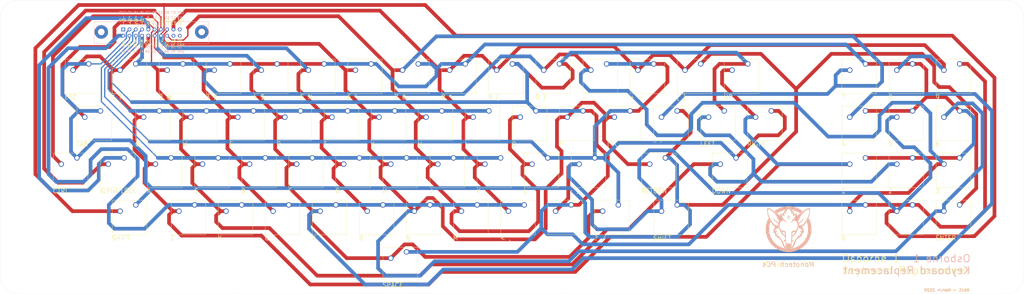
<source format=kicad_pcb>
(kicad_pcb (version 20171130) (host pcbnew "(5.1.5)-2")
  (title_block (title "Osborne 1 Keyboard Replacement") (date 2020-03-01) (company "Monotech PCs"))
  (layers (0 F.Cu signal) (31 B.Cu signal) (36 B.SilkS user) (37 F.SilkS user) (38 B.Mask user) (39 F.Mask user) (44 Edge.Cuts user))
  (net 0 "")
  (net 1 /A4)
  (net 2 /A0)
  (net 3 /A3)
  (net 4 /A6)
  (net 5 /A2)
  (net 6 /A5)
  (net 7 /A1)
  (net 8 /A7)
  (net 9 /D0)
  (net 10 /D1)
  (net 11 /D2)
  (net 12 /D3)
  (net 13 /D4)
  (net 14 /D5)
  (net 15 /D6)
  (net 16 /D7)
  (module Cherry_MX_Switches:SW_Cherry_MX_1.00u_PCB (layer F.Cu) (at 240.665 123.5075)
    (fp_text reference S60)
    (fp_text value "< ," (at -9.906 13.462) (layer F.SilkS) (effects (font (size 1.8 1.8) (thickness 0.2)) (justify left)))
    (pad "" np_thru_hole circle (at 2.54 5.08) (size 1.7 1.7) (drill 1.7) (layers *.Cu *.Mask))
    (pad "" np_thru_hole circle (at -7.62 5.08) (size 1.7 1.7) (drill 1.7) (layers *.Cu *.Mask))
    (pad "" np_thru_hole circle (at -2.54 5.08) (size 4 4) (drill 4) (layers *.Cu *.Mask))
    (pad 2 thru_hole circle (at -6.35 2.54) (size 2.2 2.2) (drill 1.5) (layers *.Cu *.Mask) (net 16 /D7))
    (pad 1 thru_hole circle (at 0 0) (size 2.2 2.2) (drill 1.5) (layers *.Cu *.Mask) (net 1 /A4))
  )
  (module Cherry_MX_Switches:SW_Cherry_MX_2.00u_PCB (layer F.Cu) (at 297.815 104.4575)
    (fp_text reference S2)
    (fp_text value RETURN (at -9.906 13.462) (layer F.SilkS) (effects (font (size 1.8 1.8) (thickness 0.2)) (justify left)))
    (pad "" np_thru_hole circle (at 9.36 -1.92) (size 3.05 3.05) (drill 3.05) (layers *.Cu *.Mask))
    (pad "" np_thru_hole circle (at -14.44 -1.92) (size 3.05 3.05) (drill 3.05) (layers *.Cu *.Mask))
    (pad "" np_thru_hole circle (at -14.44 13.32) (size 4 4) (drill 4) (layers *.Cu *.Mask))
    (pad "" np_thru_hole circle (at 9.36 13.32) (size 4 4) (drill 4) (layers *.Cu *.Mask))
    (pad "" np_thru_hole circle (at 2.54 5.08) (size 1.7 1.7) (drill 1.7) (layers *.Cu *.Mask))
    (pad "" np_thru_hole circle (at -7.62 5.08) (size 1.7 1.7) (drill 1.7) (layers *.Cu *.Mask))
    (pad "" np_thru_hole circle (at -2.54 5.08) (size 4 4) (drill 4) (layers *.Cu *.Mask))
    (pad 2 thru_hole circle (at -6.35 2.54) (size 2.2 2.2) (drill 1.5) (layers *.Cu *.Mask) (net 14 /D5))
    (pad 1 thru_hole circle (at 0 0) (size 2.2 2.2) (drill 1.5) (layers *.Cu *.Mask) (net 2 /A0))
  )
  (module Cherry_MX_Switches:SW_Cherry_MX_1.50u_PCB (layer F.Cu) (at 302.5775 123.5075)
    (fp_text reference S1)
    (fp_text value SHIFT (at -9.906 13.462) (layer F.SilkS) (effects (font (size 1.8 1.8) (thickness 0.2)) (justify left)))
    (pad "" np_thru_hole circle (at 2.54 5.08) (size 1.7 1.7) (drill 1.7) (layers *.Cu *.Mask))
    (pad "" np_thru_hole circle (at -7.62 5.08) (size 1.7 1.7) (drill 1.7) (layers *.Cu *.Mask))
    (pad "" np_thru_hole circle (at -2.54 5.08) (size 4 4) (drill 4) (layers *.Cu *.Mask))
    (pad 2 thru_hole circle (at -6.35 2.54) (size 2.2 2.2) (drill 1.5) (layers *.Cu *.Mask) (net 13 /D4))
    (pad 1 thru_hole circle (at 0 0) (size 2.2 2.2) (drill 1.5) (layers *.Cu *.Mask) (net 2 /A0))
  )
  (module Cherry_MX_Switches:SW_Cherry_MX_1.50u_PCB (layer F.Cu) (at 69.215 85.4075)
    (fp_text reference S5)
    (fp_text value TAB (at -9.906 13.462) (layer F.SilkS) (effects (font (size 1.8 1.8) (thickness 0.2)) (justify left)))
    (pad "" np_thru_hole circle (at 2.54 5.08) (size 1.7 1.7) (drill 1.7) (layers *.Cu *.Mask))
    (pad "" np_thru_hole circle (at -7.62 5.08) (size 1.7 1.7) (drill 1.7) (layers *.Cu *.Mask))
    (pad "" np_thru_hole circle (at -2.54 5.08) (size 4 4) (drill 4) (layers *.Cu *.Mask))
    (pad 2 thru_hole circle (at -6.35 2.54) (size 2.2 2.2) (drill 1.5) (layers *.Cu *.Mask) (net 10 /D1))
    (pad 1 thru_hole circle (at 0 0) (size 2.2 2.2) (drill 1.5) (layers *.Cu *.Mask) (net 2 /A0))
  )
  (module Cherry_MX_Switches:SW_Cherry_MX_1.50u_PCB (layer F.Cu) (at 83.5025 123.5075)
    (fp_text reference S8)
    (fp_text value SHIFT (at -9.906 13.462) (layer F.SilkS) (effects (font (size 1.8 1.8) (thickness 0.2)) (justify left)))
    (pad "" np_thru_hole circle (at 2.54 5.08) (size 1.7 1.7) (drill 1.7) (layers *.Cu *.Mask))
    (pad "" np_thru_hole circle (at -7.62 5.08) (size 1.7 1.7) (drill 1.7) (layers *.Cu *.Mask))
    (pad "" np_thru_hole circle (at -2.54 5.08) (size 4 4) (drill 4) (layers *.Cu *.Mask))
    (pad 2 thru_hole circle (at -6.35 2.54) (size 2.2 2.2) (drill 1.5) (layers *.Cu *.Mask) (net 13 /D4))
    (pad 1 thru_hole circle (at 0 0) (size 2.2 2.2) (drill 1.5) (layers *.Cu *.Mask) (net 2 /A0))
  )
  (module Cherry_MX_Switches:SW_Cherry_MX_1.00u_PCB (layer F.Cu) (at 302.5775 85.4075)
    (fp_text reference S3)
    (fp_text value "\" '" (at -9.906 13.462) (layer F.SilkS) (effects (font (size 1.8 1.8) (thickness 0.2)) (justify left)))
    (pad "" np_thru_hole circle (at 2.54 5.08) (size 1.7 1.7) (drill 1.7) (layers *.Cu *.Mask))
    (pad "" np_thru_hole circle (at -7.62 5.08) (size 1.7 1.7) (drill 1.7) (layers *.Cu *.Mask))
    (pad "" np_thru_hole circle (at -2.54 5.08) (size 4 4) (drill 4) (layers *.Cu *.Mask))
    (pad 2 thru_hole circle (at -6.35 2.54) (size 2.2 2.2) (drill 1.5) (layers *.Cu *.Mask) (net 15 /D6))
    (pad 1 thru_hole circle (at 0 0) (size 2.2 2.2) (drill 1.5) (layers *.Cu *.Mask) (net 2 /A0))
  )
  (module Cherry_MX_Switches:SW_Cherry_MX_1.00u_PCB (layer F.Cu) (at 64.4525 66.3575)
    (fp_text reference S4)
    (fp_text value ESC (at -9.906 13.462) (layer F.SilkS) (effects (font (size 1.8 1.8) (thickness 0.2)) (justify left)))
    (pad "" np_thru_hole circle (at 2.54 5.08) (size 1.7 1.7) (drill 1.7) (layers *.Cu *.Mask))
    (pad "" np_thru_hole circle (at -7.62 5.08) (size 1.7 1.7) (drill 1.7) (layers *.Cu *.Mask))
    (pad "" np_thru_hole circle (at -2.54 5.08) (size 4 4) (drill 4) (layers *.Cu *.Mask))
    (pad 2 thru_hole circle (at -6.35 2.54) (size 2.2 2.2) (drill 1.5) (layers *.Cu *.Mask) (net 9 /D0))
    (pad 1 thru_hole circle (at 0 0) (size 2.2 2.2) (drill 1.5) (layers *.Cu *.Mask) (net 2 /A0))
  )
  (module Cherry_MX_Switches:SW_Cherry_MX_1.00u_PCB (layer F.Cu) (at 59.69 104.4575)
    (fp_text reference S6)
    (fp_text value CTRL (at -9.906 13.462) (layer F.SilkS) (effects (font (size 1.8 1.8) (thickness 0.2)) (justify left)))
    (pad "" np_thru_hole circle (at 2.54 5.08) (size 1.7 1.7) (drill 1.7) (layers *.Cu *.Mask))
    (pad "" np_thru_hole circle (at -7.62 5.08) (size 1.7 1.7) (drill 1.7) (layers *.Cu *.Mask))
    (pad "" np_thru_hole circle (at -2.54 5.08) (size 4 4) (drill 4) (layers *.Cu *.Mask))
    (pad 2 thru_hole circle (at -6.35 2.54) (size 2.2 2.2) (drill 1.5) (layers *.Cu *.Mask) (net 11 /D2))
    (pad 1 thru_hole circle (at 0 0) (size 2.2 2.2) (drill 1.5) (layers *.Cu *.Mask) (net 2 /A0))
  )
  (module Cherry_MX_Switches:SW_Cherry_MX_1.00u_PCB (layer F.Cu) (at 312.1025 66.3575)
    (fp_text reference S7)
    (fp_text value "[ ]" (at -9.906 13.462) (layer F.SilkS) (effects (font (size 1.8 1.8) (thickness 0.2)) (justify left)))
    (pad "" np_thru_hole circle (at 2.54 5.08) (size 1.7 1.7) (drill 1.7) (layers *.Cu *.Mask))
    (pad "" np_thru_hole circle (at -7.62 5.08) (size 1.7 1.7) (drill 1.7) (layers *.Cu *.Mask))
    (pad "" np_thru_hole circle (at -2.54 5.08) (size 4 4) (drill 4) (layers *.Cu *.Mask))
    (pad 2 thru_hole circle (at -6.35 2.54) (size 2.2 2.2) (drill 1.5) (layers *.Cu *.Mask) (net 16 /D7))
    (pad 1 thru_hole circle (at 0 0) (size 2.2 2.2) (drill 1.5) (layers *.Cu *.Mask) (net 2 /A0))
  )
  (module Cherry_MX_Switches:SW_Cherry_MX_1.00u_PCB (layer F.Cu) (at 416.8775 123.5075)
    (fp_text reference S9)
    (fp_text value ENTER (at -9.906 13.462) (layer F.SilkS) (effects (font (size 1.8 1.8) (thickness 0.2)) (justify left)))
    (pad "" np_thru_hole circle (at 2.54 5.08) (size 1.7 1.7) (drill 1.7) (layers *.Cu *.Mask))
    (pad "" np_thru_hole circle (at -7.62 5.08) (size 1.7 1.7) (drill 1.7) (layers *.Cu *.Mask))
    (pad "" np_thru_hole circle (at -2.54 5.08) (size 4 4) (drill 4) (layers *.Cu *.Mask))
    (pad 2 thru_hole circle (at -6.35 2.54) (size 2.2 2.2) (drill 1.5) (layers *.Cu *.Mask) (net 14 /D5))
    (pad 1 thru_hole circle (at 0 0) (size 2.2 2.2) (drill 1.5) (layers *.Cu *.Mask) (net 2 /A0))
  )
  (module Cherry_MX_Switches:SW_Cherry_MX_1.00u_PCB (layer F.Cu) (at 397.8275 123.5075)
    (fp_text reference S10)
    (fp_text value . (at -9.906 13.462) (layer F.SilkS) (effects (font (size 1.8 1.8) (thickness 0.2)) (justify left)))
    (pad "" np_thru_hole circle (at 2.54 5.08) (size 1.7 1.7) (drill 1.7) (layers *.Cu *.Mask))
    (pad "" np_thru_hole circle (at -7.62 5.08) (size 1.7 1.7) (drill 1.7) (layers *.Cu *.Mask))
    (pad "" np_thru_hole circle (at -2.54 5.08) (size 4 4) (drill 4) (layers *.Cu *.Mask))
    (pad 2 thru_hole circle (at -6.35 2.54) (size 2.2 2.2) (drill 1.5) (layers *.Cu *.Mask) (net 13 /D4))
    (pad 1 thru_hole circle (at 0 0) (size 2.2 2.2) (drill 1.5) (layers *.Cu *.Mask) (net 6 /A5))
  )
  (module Cherry_MX_Switches:SW_Cherry_MX_1.00u_PCB (layer F.Cu) (at 83.5025 66.3575)
    (fp_text reference S11)
    (fp_text value "1 !" (at -9.906 13.462) (layer F.SilkS) (effects (font (size 1.8 1.8) (thickness 0.2)) (justify left)))
    (pad "" np_thru_hole circle (at 2.54 5.08) (size 1.7 1.7) (drill 1.7) (layers *.Cu *.Mask))
    (pad "" np_thru_hole circle (at -7.62 5.08) (size 1.7 1.7) (drill 1.7) (layers *.Cu *.Mask))
    (pad "" np_thru_hole circle (at -2.54 5.08) (size 4 4) (drill 4) (layers *.Cu *.Mask))
    (pad 2 thru_hole circle (at -6.35 2.54) (size 2.2 2.2) (drill 1.5) (layers *.Cu *.Mask) (net 9 /D0))
    (pad 1 thru_hole circle (at 0 0) (size 2.2 2.2) (drill 1.5) (layers *.Cu *.Mask) (net 7 /A1))
  )
  (module Cherry_MX_Switches:SW_Cherry_MX_1.00u_PCB (layer F.Cu) (at 102.5525 66.3575)
    (fp_text reference S12)
    (fp_text value "2 @" (at -9.906 13.462) (layer F.SilkS) (effects (font (size 1.8 1.8) (thickness 0.2)) (justify left)))
    (pad "" np_thru_hole circle (at 2.54 5.08) (size 1.7 1.7) (drill 1.7) (layers *.Cu *.Mask))
    (pad "" np_thru_hole circle (at -7.62 5.08) (size 1.7 1.7) (drill 1.7) (layers *.Cu *.Mask))
    (pad "" np_thru_hole circle (at -2.54 5.08) (size 4 4) (drill 4) (layers *.Cu *.Mask))
    (pad 2 thru_hole circle (at -6.35 2.54) (size 2.2 2.2) (drill 1.5) (layers *.Cu *.Mask) (net 10 /D1))
    (pad 1 thru_hole circle (at 0 0) (size 2.2 2.2) (drill 1.5) (layers *.Cu *.Mask) (net 7 /A1))
  )
  (module Cherry_MX_Switches:SW_Cherry_MX_1.00u_PCB (layer F.Cu) (at 121.6025 66.3575)
    (fp_text reference S13)
    (fp_text value "3 £" (at -9.906 13.462) (layer F.SilkS) (effects (font (size 1.8 1.8) (thickness 0.2)) (justify left)))
    (pad "" np_thru_hole circle (at 2.54 5.08) (size 1.7 1.7) (drill 1.7) (layers *.Cu *.Mask))
    (pad "" np_thru_hole circle (at -7.62 5.08) (size 1.7 1.7) (drill 1.7) (layers *.Cu *.Mask))
    (pad "" np_thru_hole circle (at -2.54 5.08) (size 4 4) (drill 4) (layers *.Cu *.Mask))
    (pad 2 thru_hole circle (at -6.35 2.54) (size 2.2 2.2) (drill 1.5) (layers *.Cu *.Mask) (net 11 /D2))
    (pad 1 thru_hole circle (at 0 0) (size 2.2 2.2) (drill 1.5) (layers *.Cu *.Mask) (net 7 /A1))
  )
  (module Cherry_MX_Switches:SW_Cherry_MX_1.00u_PCB (layer F.Cu) (at 140.6525 66.3575)
    (fp_text reference S14)
    (fp_text value "4 $" (at -9.906 13.462) (layer F.SilkS) (effects (font (size 1.8 1.8) (thickness 0.2)) (justify left)))
    (pad "" np_thru_hole circle (at 2.54 5.08) (size 1.7 1.7) (drill 1.7) (layers *.Cu *.Mask))
    (pad "" np_thru_hole circle (at -7.62 5.08) (size 1.7 1.7) (drill 1.7) (layers *.Cu *.Mask))
    (pad "" np_thru_hole circle (at -2.54 5.08) (size 4 4) (drill 4) (layers *.Cu *.Mask))
    (pad 2 thru_hole circle (at -6.35 2.54) (size 2.2 2.2) (drill 1.5) (layers *.Cu *.Mask) (net 12 /D3))
    (pad 1 thru_hole circle (at 0 0) (size 2.2 2.2) (drill 1.5) (layers *.Cu *.Mask) (net 7 /A1))
  )
  (module Cherry_MX_Switches:SW_Cherry_MX_1.00u_PCB (layer F.Cu) (at 159.7025 66.3575)
    (fp_text reference S15)
    (fp_text value "5 %" (at -9.906 13.462) (layer F.SilkS) (effects (font (size 1.8 1.8) (thickness 0.2)) (justify left)))
    (pad "" np_thru_hole circle (at 2.54 5.08) (size 1.7 1.7) (drill 1.7) (layers *.Cu *.Mask))
    (pad "" np_thru_hole circle (at -7.62 5.08) (size 1.7 1.7) (drill 1.7) (layers *.Cu *.Mask))
    (pad "" np_thru_hole circle (at -2.54 5.08) (size 4 4) (drill 4) (layers *.Cu *.Mask))
    (pad 2 thru_hole circle (at -6.35 2.54) (size 2.2 2.2) (drill 1.5) (layers *.Cu *.Mask) (net 13 /D4))
    (pad 1 thru_hole circle (at 0 0) (size 2.2 2.2) (drill 1.5) (layers *.Cu *.Mask) (net 7 /A1))
  )
  (module Cherry_MX_Switches:SW_Cherry_MX_1.00u_PCB (layer F.Cu) (at 178.7525 66.3575)
    (fp_text reference S16)
    (fp_text value "6 ^" (at -9.906 13.462) (layer F.SilkS) (effects (font (size 1.8 1.8) (thickness 0.2)) (justify left)))
    (pad "" np_thru_hole circle (at 2.54 5.08) (size 1.7 1.7) (drill 1.7) (layers *.Cu *.Mask))
    (pad "" np_thru_hole circle (at -7.62 5.08) (size 1.7 1.7) (drill 1.7) (layers *.Cu *.Mask))
    (pad "" np_thru_hole circle (at -2.54 5.08) (size 4 4) (drill 4) (layers *.Cu *.Mask))
    (pad 2 thru_hole circle (at -6.35 2.54) (size 2.2 2.2) (drill 1.5) (layers *.Cu *.Mask) (net 14 /D5))
    (pad 1 thru_hole circle (at 0 0) (size 2.2 2.2) (drill 1.5) (layers *.Cu *.Mask) (net 7 /A1))
  )
  (module Cherry_MX_Switches:SW_Cherry_MX_1.00u_PCB (layer F.Cu) (at 197.8025 66.3575)
    (fp_text reference S17)
    (fp_text value "7 &" (at -9.906 13.462) (layer F.SilkS) (effects (font (size 1.8 1.8) (thickness 0.2)) (justify left)))
    (pad "" np_thru_hole circle (at 2.54 5.08) (size 1.7 1.7) (drill 1.7) (layers *.Cu *.Mask))
    (pad "" np_thru_hole circle (at -7.62 5.08) (size 1.7 1.7) (drill 1.7) (layers *.Cu *.Mask))
    (pad "" np_thru_hole circle (at -2.54 5.08) (size 4 4) (drill 4) (layers *.Cu *.Mask))
    (pad 2 thru_hole circle (at -6.35 2.54) (size 2.2 2.2) (drill 1.5) (layers *.Cu *.Mask) (net 15 /D6))
    (pad 1 thru_hole circle (at 0 0) (size 2.2 2.2) (drill 1.5) (layers *.Cu *.Mask) (net 7 /A1))
  )
  (module Cherry_MX_Switches:SW_Cherry_MX_1.00u_PCB (layer F.Cu) (at 216.8525 66.3575)
    (fp_text reference S18)
    (fp_text value "8 *" (at -9.906 13.462) (layer F.SilkS) (effects (font (size 1.8 1.8) (thickness 0.2)) (justify left)))
    (pad "" np_thru_hole circle (at 2.54 5.08) (size 1.7 1.7) (drill 1.7) (layers *.Cu *.Mask))
    (pad "" np_thru_hole circle (at -7.62 5.08) (size 1.7 1.7) (drill 1.7) (layers *.Cu *.Mask))
    (pad "" np_thru_hole circle (at -2.54 5.08) (size 4 4) (drill 4) (layers *.Cu *.Mask))
    (pad 2 thru_hole circle (at -6.35 2.54) (size 2.2 2.2) (drill 1.5) (layers *.Cu *.Mask) (net 16 /D7))
    (pad 1 thru_hole circle (at 0 0) (size 2.2 2.2) (drill 1.5) (layers *.Cu *.Mask) (net 7 /A1))
  )
  (module Cherry_MX_Switches:SW_Cherry_MX_1.00u_PCB (layer F.Cu) (at 378.7775 104.4575)
    (fp_text reference S19)
    (fp_text value 1 (at -9.906 13.462) (layer F.SilkS) (effects (font (size 1.8 1.8) (thickness 0.2)) (justify left)))
    (pad "" np_thru_hole circle (at 2.54 5.08) (size 1.7 1.7) (drill 1.7) (layers *.Cu *.Mask))
    (pad "" np_thru_hole circle (at -7.62 5.08) (size 1.7 1.7) (drill 1.7) (layers *.Cu *.Mask))
    (pad "" np_thru_hole circle (at -2.54 5.08) (size 4 4) (drill 4) (layers *.Cu *.Mask))
    (pad 2 thru_hole circle (at -6.35 2.54) (size 2.2 2.2) (drill 1.5) (layers *.Cu *.Mask) (net 9 /D0))
    (pad 1 thru_hole circle (at 0 0) (size 2.2 2.2) (drill 1.5) (layers *.Cu *.Mask) (net 7 /A1))
  )
  (module Cherry_MX_Switches:SW_Cherry_MX_1.00u_PCB (layer F.Cu) (at 397.8275 104.4575)
    (fp_text reference S20)
    (fp_text value 2 (at -9.906 13.462) (layer F.SilkS) (effects (font (size 1.8 1.8) (thickness 0.2)) (justify left)))
    (pad "" np_thru_hole circle (at 2.54 5.08) (size 1.7 1.7) (drill 1.7) (layers *.Cu *.Mask))
    (pad "" np_thru_hole circle (at -7.62 5.08) (size 1.7 1.7) (drill 1.7) (layers *.Cu *.Mask))
    (pad "" np_thru_hole circle (at -2.54 5.08) (size 4 4) (drill 4) (layers *.Cu *.Mask))
    (pad 2 thru_hole circle (at -6.35 2.54) (size 2.2 2.2) (drill 1.5) (layers *.Cu *.Mask) (net 10 /D1))
    (pad 1 thru_hole circle (at 0 0) (size 2.2 2.2) (drill 1.5) (layers *.Cu *.Mask) (net 7 /A1))
  )
  (module Cherry_MX_Switches:SW_Cherry_MX_1.00u_PCB (layer F.Cu) (at 416.8775 104.4575)
    (fp_text reference S21)
    (fp_text value 3 (at -9.906 13.462) (layer F.SilkS) (effects (font (size 1.8 1.8) (thickness 0.2)) (justify left)))
    (pad "" np_thru_hole circle (at 2.54 5.08) (size 1.7 1.7) (drill 1.7) (layers *.Cu *.Mask))
    (pad "" np_thru_hole circle (at -7.62 5.08) (size 1.7 1.7) (drill 1.7) (layers *.Cu *.Mask))
    (pad "" np_thru_hole circle (at -2.54 5.08) (size 4 4) (drill 4) (layers *.Cu *.Mask))
    (pad 2 thru_hole circle (at -6.35 2.54) (size 2.2 2.2) (drill 1.5) (layers *.Cu *.Mask) (net 11 /D2))
    (pad 1 thru_hole circle (at 0 0) (size 2.2 2.2) (drill 1.5) (layers *.Cu *.Mask) (net 7 /A1))
  )
  (module Cherry_MX_Switches:SW_Cherry_MX_1.00u_PCB (layer F.Cu) (at 378.7775 85.4075)
    (fp_text reference S22)
    (fp_text value 4 (at -9.906 13.462) (layer F.SilkS) (effects (font (size 1.8 1.8) (thickness 0.2)) (justify left)))
    (pad "" np_thru_hole circle (at 2.54 5.08) (size 1.7 1.7) (drill 1.7) (layers *.Cu *.Mask))
    (pad "" np_thru_hole circle (at -7.62 5.08) (size 1.7 1.7) (drill 1.7) (layers *.Cu *.Mask))
    (pad "" np_thru_hole circle (at -2.54 5.08) (size 4 4) (drill 4) (layers *.Cu *.Mask))
    (pad 2 thru_hole circle (at -6.35 2.54) (size 2.2 2.2) (drill 1.5) (layers *.Cu *.Mask) (net 12 /D3))
    (pad 1 thru_hole circle (at 0 0) (size 2.2 2.2) (drill 1.5) (layers *.Cu *.Mask) (net 7 /A1))
  )
  (module Cherry_MX_Switches:SW_Cherry_MX_1.00u_PCB (layer F.Cu) (at 397.8275 85.4075)
    (fp_text reference S23)
    (fp_text value 5 (at -9.906 13.462) (layer F.SilkS) (effects (font (size 1.8 1.8) (thickness 0.2)) (justify left)))
    (pad "" np_thru_hole circle (at 2.54 5.08) (size 1.7 1.7) (drill 1.7) (layers *.Cu *.Mask))
    (pad "" np_thru_hole circle (at -7.62 5.08) (size 1.7 1.7) (drill 1.7) (layers *.Cu *.Mask))
    (pad "" np_thru_hole circle (at -2.54 5.08) (size 4 4) (drill 4) (layers *.Cu *.Mask))
    (pad 2 thru_hole circle (at -6.35 2.54) (size 2.2 2.2) (drill 1.5) (layers *.Cu *.Mask) (net 13 /D4))
    (pad 1 thru_hole circle (at 0 0) (size 2.2 2.2) (drill 1.5) (layers *.Cu *.Mask) (net 7 /A1))
  )
  (module Cherry_MX_Switches:SW_Cherry_MX_1.00u_PCB (layer F.Cu) (at 416.8775 85.4075)
    (fp_text reference S24)
    (fp_text value 6 (at -9.906 13.462) (layer F.SilkS) (effects (font (size 1.8 1.8) (thickness 0.2)) (justify left)))
    (pad "" np_thru_hole circle (at 2.54 5.08) (size 1.7 1.7) (drill 1.7) (layers *.Cu *.Mask))
    (pad "" np_thru_hole circle (at -7.62 5.08) (size 1.7 1.7) (drill 1.7) (layers *.Cu *.Mask))
    (pad "" np_thru_hole circle (at -2.54 5.08) (size 4 4) (drill 4) (layers *.Cu *.Mask))
    (pad 2 thru_hole circle (at -6.35 2.54) (size 2.2 2.2) (drill 1.5) (layers *.Cu *.Mask) (net 14 /D5))
    (pad 1 thru_hole circle (at 0 0) (size 2.2 2.2) (drill 1.5) (layers *.Cu *.Mask) (net 7 /A1))
  )
  (module Cherry_MX_Switches:SW_Cherry_MX_1.00u_PCB (layer F.Cu) (at 378.7775 66.3575)
    (fp_text reference S25)
    (fp_text value 7 (at -9.906 13.462) (layer F.SilkS) (effects (font (size 1.8 1.8) (thickness 0.2)) (justify left)))
    (pad "" np_thru_hole circle (at 2.54 5.08) (size 1.7 1.7) (drill 1.7) (layers *.Cu *.Mask))
    (pad "" np_thru_hole circle (at -7.62 5.08) (size 1.7 1.7) (drill 1.7) (layers *.Cu *.Mask))
    (pad "" np_thru_hole circle (at -2.54 5.08) (size 4 4) (drill 4) (layers *.Cu *.Mask))
    (pad 2 thru_hole circle (at -6.35 2.54) (size 2.2 2.2) (drill 1.5) (layers *.Cu *.Mask) (net 15 /D6))
    (pad 1 thru_hole circle (at 0 0) (size 2.2 2.2) (drill 1.5) (layers *.Cu *.Mask) (net 7 /A1))
  )
  (module Cherry_MX_Switches:SW_Cherry_MX_1.00u_PCB (layer F.Cu) (at 397.8275 66.3575)
    (fp_text reference S26)
    (fp_text value 8 (at -9.906 13.462) (layer F.SilkS) (effects (font (size 1.8 1.8) (thickness 0.2)) (justify left)))
    (pad "" np_thru_hole circle (at 2.54 5.08) (size 1.7 1.7) (drill 1.7) (layers *.Cu *.Mask))
    (pad "" np_thru_hole circle (at -7.62 5.08) (size 1.7 1.7) (drill 1.7) (layers *.Cu *.Mask))
    (pad "" np_thru_hole circle (at -2.54 5.08) (size 4 4) (drill 4) (layers *.Cu *.Mask))
    (pad 2 thru_hole circle (at -6.35 2.54) (size 2.2 2.2) (drill 1.5) (layers *.Cu *.Mask) (net 16 /D7))
    (pad 1 thru_hole circle (at 0 0) (size 2.2 2.2) (drill 1.5) (layers *.Cu *.Mask) (net 7 /A1))
  )
  (module Cherry_MX_Switches:SW_Cherry_MX_1.00u_PCB (layer F.Cu) (at 245.4275 85.4075)
    (fp_text reference S27)
    (fp_text value O (at -9.906 13.462) (layer F.SilkS) (effects (font (size 1.8 1.8) (thickness 0.2)) (justify left)))
    (pad "" np_thru_hole circle (at 2.54 5.08) (size 1.7 1.7) (drill 1.7) (layers *.Cu *.Mask))
    (pad "" np_thru_hole circle (at -7.62 5.08) (size 1.7 1.7) (drill 1.7) (layers *.Cu *.Mask))
    (pad "" np_thru_hole circle (at -2.54 5.08) (size 4 4) (drill 4) (layers *.Cu *.Mask))
    (pad 2 thru_hole circle (at -6.35 2.54) (size 2.2 2.2) (drill 1.5) (layers *.Cu *.Mask) (net 15 /D6))
    (pad 1 thru_hole circle (at 0 0) (size 2.2 2.2) (drill 1.5) (layers *.Cu *.Mask) (net 6 /A5))
  )
  (module Cherry_MX_Switches:SW_Cherry_MX_1.00u_PCB (layer F.Cu) (at 235.9025 66.3575)
    (fp_text reference S28)
    (fp_text value "9 (" (at -9.906 13.462) (layer F.SilkS) (effects (font (size 1.8 1.8) (thickness 0.2)) (justify left)))
    (pad "" np_thru_hole circle (at 2.54 5.08) (size 1.7 1.7) (drill 1.7) (layers *.Cu *.Mask))
    (pad "" np_thru_hole circle (at -7.62 5.08) (size 1.7 1.7) (drill 1.7) (layers *.Cu *.Mask))
    (pad "" np_thru_hole circle (at -2.54 5.08) (size 4 4) (drill 4) (layers *.Cu *.Mask))
    (pad 2 thru_hole circle (at -6.35 2.54) (size 2.2 2.2) (drill 1.5) (layers *.Cu *.Mask) (net 16 /D7))
    (pad 1 thru_hole circle (at 0 0) (size 2.2 2.2) (drill 1.5) (layers *.Cu *.Mask) (net 6 /A5))
  )
  (module Cherry_MX_Switches:SW_Cherry_MX_1.00u_PCB (layer F.Cu) (at 331.1525 66.3575)
    (fp_text reference S29)
    (fp_text value UP (at -9.906 13.462) (layer F.SilkS) (effects (font (size 1.8 1.8) (thickness 0.2)) (justify left)))
    (pad "" np_thru_hole circle (at 2.54 5.08) (size 1.7 1.7) (drill 1.7) (layers *.Cu *.Mask))
    (pad "" np_thru_hole circle (at -7.62 5.08) (size 1.7 1.7) (drill 1.7) (layers *.Cu *.Mask))
    (pad "" np_thru_hole circle (at -2.54 5.08) (size 4 4) (drill 4) (layers *.Cu *.Mask))
    (pad 2 thru_hole circle (at -6.35 2.54) (size 2.2 2.2) (drill 1.5) (layers *.Cu *.Mask) (net 9 /D0))
    (pad 1 thru_hole circle (at 0 0) (size 2.2 2.2) (drill 1.5) (layers *.Cu *.Mask) (net 6 /A5))
  )
  (module Cherry_MX_Switches:SW_Cherry_MX_1.00u_PCB (layer F.Cu) (at 321.6275 85.4075)
    (fp_text reference S30)
    (fp_text value LEFT (at -9.906 13.462) (layer F.SilkS) (effects (font (size 1.8 1.8) (thickness 0.2)) (justify left)))
    (pad "" np_thru_hole circle (at 2.54 5.08) (size 1.7 1.7) (drill 1.7) (layers *.Cu *.Mask))
    (pad "" np_thru_hole circle (at -7.62 5.08) (size 1.7 1.7) (drill 1.7) (layers *.Cu *.Mask))
    (pad "" np_thru_hole circle (at -2.54 5.08) (size 4 4) (drill 4) (layers *.Cu *.Mask))
    (pad 2 thru_hole circle (at -6.35 2.54) (size 2.2 2.2) (drill 1.5) (layers *.Cu *.Mask) (net 10 /D1))
    (pad 1 thru_hole circle (at 0 0) (size 2.2 2.2) (drill 1.5) (layers *.Cu *.Mask) (net 6 /A5))
  )
  (module Cherry_MX_Switches:SW_Cherry_MX_1.00u_PCB (layer F.Cu) (at 254.9525 66.3575)
    (fp_text reference S31)
    (fp_text value "0 )" (at -9.906 13.462) (layer F.SilkS) (effects (font (size 1.8 1.8) (thickness 0.2)) (justify left)))
    (pad "" np_thru_hole circle (at 2.54 5.08) (size 1.7 1.7) (drill 1.7) (layers *.Cu *.Mask))
    (pad "" np_thru_hole circle (at -7.62 5.08) (size 1.7 1.7) (drill 1.7) (layers *.Cu *.Mask))
    (pad "" np_thru_hole circle (at -2.54 5.08) (size 4 4) (drill 4) (layers *.Cu *.Mask))
    (pad 2 thru_hole circle (at -6.35 2.54) (size 2.2 2.2) (drill 1.5) (layers *.Cu *.Mask) (net 11 /D2))
    (pad 1 thru_hole circle (at 0 0) (size 2.2 2.2) (drill 1.5) (layers *.Cu *.Mask) (net 6 /A5))
  )
  (module Cherry_MX_Switches:SW_Cherry_MX_1.00u_PCB (layer F.Cu) (at 259.715 123.5075)
    (fp_text reference S33)
    (fp_text value "> ." (at -9.906 13.462) (layer F.SilkS) (effects (font (size 1.8 1.8) (thickness 0.2)) (justify left)))
    (pad "" np_thru_hole circle (at 2.54 5.08) (size 1.7 1.7) (drill 1.7) (layers *.Cu *.Mask))
    (pad "" np_thru_hole circle (at -7.62 5.08) (size 1.7 1.7) (drill 1.7) (layers *.Cu *.Mask))
    (pad "" np_thru_hole circle (at -2.54 5.08) (size 4 4) (drill 4) (layers *.Cu *.Mask))
    (pad 2 thru_hole circle (at -6.35 2.54) (size 2.2 2.2) (drill 1.5) (layers *.Cu *.Mask) (net 13 /D4))
    (pad 1 thru_hole circle (at 0 0) (size 2.2 2.2) (drill 1.5) (layers *.Cu *.Mask) (net 6 /A5))
  )
  (module Cherry_MX_Switches:SW_Cherry_MX_1.00u_PCB (layer F.Cu) (at 264.4775 85.4075)
    (fp_text reference S34)
    (fp_text value P (at -9.906 13.462) (layer F.SilkS) (effects (font (size 1.8 1.8) (thickness 0.2)) (justify left)))
    (pad "" np_thru_hole circle (at 2.54 5.08) (size 1.7 1.7) (drill 1.7) (layers *.Cu *.Mask))
    (pad "" np_thru_hole circle (at -7.62 5.08) (size 1.7 1.7) (drill 1.7) (layers *.Cu *.Mask))
    (pad "" np_thru_hole circle (at -2.54 5.08) (size 4 4) (drill 4) (layers *.Cu *.Mask))
    (pad 2 thru_hole circle (at -6.35 2.54) (size 2.2 2.2) (drill 1.5) (layers *.Cu *.Mask) (net 14 /D5))
    (pad 1 thru_hole circle (at 0 0) (size 2.2 2.2) (drill 1.5) (layers *.Cu *.Mask) (net 6 /A5))
  )
  (module Cherry_MX_Switches:SW_Cherry_MX_1.00u_PCB (layer F.Cu) (at 378.7775 123.5075)
    (fp_text reference S35)
    (fp_text value 0 (at -9.906 13.462) (layer F.SilkS) (effects (font (size 1.8 1.8) (thickness 0.2)) (justify left)))
    (pad "" np_thru_hole circle (at 2.54 5.08) (size 1.7 1.7) (drill 1.7) (layers *.Cu *.Mask))
    (pad "" np_thru_hole circle (at -7.62 5.08) (size 1.7 1.7) (drill 1.7) (layers *.Cu *.Mask))
    (pad "" np_thru_hole circle (at -2.54 5.08) (size 4 4) (drill 4) (layers *.Cu *.Mask))
    (pad 2 thru_hole circle (at -6.35 2.54) (size 2.2 2.2) (drill 1.5) (layers *.Cu *.Mask) (net 11 /D2))
    (pad 1 thru_hole circle (at 0 0) (size 2.2 2.2) (drill 1.5) (layers *.Cu *.Mask) (net 6 /A5))
  )
  (module Cherry_MX_Switches:SW_Cherry_MX_1.00u_PCB (layer F.Cu) (at 416.8775 66.3575)
    (fp_text reference S36)
    (fp_text value 9 (at -9.906 13.462) (layer F.SilkS) (effects (font (size 1.8 1.8) (thickness 0.2)) (justify left)))
    (pad "" np_thru_hole circle (at 2.54 5.08) (size 1.7 1.7) (drill 1.7) (layers *.Cu *.Mask))
    (pad "" np_thru_hole circle (at -7.62 5.08) (size 1.7 1.7) (drill 1.7) (layers *.Cu *.Mask))
    (pad "" np_thru_hole circle (at -2.54 5.08) (size 4 4) (drill 4) (layers *.Cu *.Mask))
    (pad 2 thru_hole circle (at -6.35 2.54) (size 2.2 2.2) (drill 1.5) (layers *.Cu *.Mask) (net 16 /D7))
    (pad 1 thru_hole circle (at 0 0) (size 2.2 2.2) (drill 1.5) (layers *.Cu *.Mask) (net 6 /A5))
  )
  (module Cherry_MX_Switches:SW_Cherry_MX_1.00u_PCB (layer F.Cu) (at 93.0275 85.4075)
    (fp_text reference S37)
    (fp_text value Q (at -9.906 13.462) (layer F.SilkS) (effects (font (size 1.8 1.8) (thickness 0.2)) (justify left)))
    (pad "" np_thru_hole circle (at 2.54 5.08) (size 1.7 1.7) (drill 1.7) (layers *.Cu *.Mask))
    (pad "" np_thru_hole circle (at -7.62 5.08) (size 1.7 1.7) (drill 1.7) (layers *.Cu *.Mask))
    (pad "" np_thru_hole circle (at -2.54 5.08) (size 4 4) (drill 4) (layers *.Cu *.Mask))
    (pad 2 thru_hole circle (at -6.35 2.54) (size 2.2 2.2) (drill 1.5) (layers *.Cu *.Mask) (net 9 /D0))
    (pad 1 thru_hole circle (at 0 0) (size 2.2 2.2) (drill 1.5) (layers *.Cu *.Mask) (net 5 /A2))
  )
  (module Cherry_MX_Switches:SW_Cherry_MX_1.00u_PCB (layer F.Cu) (at 112.0775 85.4075)
    (fp_text reference S38)
    (fp_text value W (at -9.906 13.462) (layer F.SilkS) (effects (font (size 1.8 1.8) (thickness 0.2)) (justify left)))
    (pad "" np_thru_hole circle (at 2.54 5.08) (size 1.7 1.7) (drill 1.7) (layers *.Cu *.Mask))
    (pad "" np_thru_hole circle (at -7.62 5.08) (size 1.7 1.7) (drill 1.7) (layers *.Cu *.Mask))
    (pad "" np_thru_hole circle (at -2.54 5.08) (size 4 4) (drill 4) (layers *.Cu *.Mask))
    (pad 2 thru_hole circle (at -6.35 2.54) (size 2.2 2.2) (drill 1.5) (layers *.Cu *.Mask) (net 10 /D1))
    (pad 1 thru_hole circle (at 0 0) (size 2.2 2.2) (drill 1.5) (layers *.Cu *.Mask) (net 5 /A2))
  )
  (module Cherry_MX_Switches:SW_Cherry_MX_1.00u_PCB (layer F.Cu) (at 131.1275 85.4075)
    (fp_text reference S39)
    (fp_text value E (at -9.906 13.462) (layer F.SilkS) (effects (font (size 1.8 1.8) (thickness 0.2)) (justify left)))
    (pad "" np_thru_hole circle (at 2.54 5.08) (size 1.7 1.7) (drill 1.7) (layers *.Cu *.Mask))
    (pad "" np_thru_hole circle (at -7.62 5.08) (size 1.7 1.7) (drill 1.7) (layers *.Cu *.Mask))
    (pad "" np_thru_hole circle (at -2.54 5.08) (size 4 4) (drill 4) (layers *.Cu *.Mask))
    (pad 2 thru_hole circle (at -6.35 2.54) (size 2.2 2.2) (drill 1.5) (layers *.Cu *.Mask) (net 11 /D2))
    (pad 1 thru_hole circle (at 0 0) (size 2.2 2.2) (drill 1.5) (layers *.Cu *.Mask) (net 5 /A2))
  )
  (module Cherry_MX_Switches:SW_Cherry_MX_1.00u_PCB (layer F.Cu) (at 150.1775 85.4075)
    (fp_text reference S40)
    (fp_text value R (at -9.906 13.462) (layer F.SilkS) (effects (font (size 1.8 1.8) (thickness 0.2)) (justify left)))
    (pad "" np_thru_hole circle (at 2.54 5.08) (size 1.7 1.7) (drill 1.7) (layers *.Cu *.Mask))
    (pad "" np_thru_hole circle (at -7.62 5.08) (size 1.7 1.7) (drill 1.7) (layers *.Cu *.Mask))
    (pad "" np_thru_hole circle (at -2.54 5.08) (size 4 4) (drill 4) (layers *.Cu *.Mask))
    (pad 2 thru_hole circle (at -6.35 2.54) (size 2.2 2.2) (drill 1.5) (layers *.Cu *.Mask) (net 12 /D3))
    (pad 1 thru_hole circle (at 0 0) (size 2.2 2.2) (drill 1.5) (layers *.Cu *.Mask) (net 5 /A2))
  )
  (module Cherry_MX_Switches:SW_Cherry_MX_1.00u_PCB (layer F.Cu) (at 169.2275 85.4075)
    (fp_text reference S41)
    (fp_text value T (at -9.906 13.462) (layer F.SilkS) (effects (font (size 1.8 1.8) (thickness 0.2)) (justify left)))
    (pad "" np_thru_hole circle (at 2.54 5.08) (size 1.7 1.7) (drill 1.7) (layers *.Cu *.Mask))
    (pad "" np_thru_hole circle (at -7.62 5.08) (size 1.7 1.7) (drill 1.7) (layers *.Cu *.Mask))
    (pad "" np_thru_hole circle (at -2.54 5.08) (size 4 4) (drill 4) (layers *.Cu *.Mask))
    (pad 2 thru_hole circle (at -6.35 2.54) (size 2.2 2.2) (drill 1.5) (layers *.Cu *.Mask) (net 13 /D4))
    (pad 1 thru_hole circle (at 0 0) (size 2.2 2.2) (drill 1.5) (layers *.Cu *.Mask) (net 5 /A2))
  )
  (module Cherry_MX_Switches:SW_Cherry_MX_1.00u_PCB (layer F.Cu) (at 188.2775 85.4075)
    (fp_text reference S42)
    (fp_text value Y (at -9.906 13.462) (layer F.SilkS) (effects (font (size 1.8 1.8) (thickness 0.2)) (justify left)))
    (pad "" np_thru_hole circle (at 2.54 5.08) (size 1.7 1.7) (drill 1.7) (layers *.Cu *.Mask))
    (pad "" np_thru_hole circle (at -7.62 5.08) (size 1.7 1.7) (drill 1.7) (layers *.Cu *.Mask))
    (pad "" np_thru_hole circle (at -2.54 5.08) (size 4 4) (drill 4) (layers *.Cu *.Mask))
    (pad 2 thru_hole circle (at -6.35 2.54) (size 2.2 2.2) (drill 1.5) (layers *.Cu *.Mask) (net 14 /D5))
    (pad 1 thru_hole circle (at 0 0) (size 2.2 2.2) (drill 1.5) (layers *.Cu *.Mask) (net 5 /A2))
  )
  (module Cherry_MX_Switches:SW_Cherry_MX_1.00u_PCB (layer F.Cu) (at 207.3275 85.4075)
    (fp_text reference S43)
    (fp_text value U (at -9.906 13.462) (layer F.SilkS) (effects (font (size 1.8 1.8) (thickness 0.2)) (justify left)))
    (pad "" np_thru_hole circle (at 2.54 5.08) (size 1.7 1.7) (drill 1.7) (layers *.Cu *.Mask))
    (pad "" np_thru_hole circle (at -7.62 5.08) (size 1.7 1.7) (drill 1.7) (layers *.Cu *.Mask))
    (pad "" np_thru_hole circle (at -2.54 5.08) (size 4 4) (drill 4) (layers *.Cu *.Mask))
    (pad 2 thru_hole circle (at -6.35 2.54) (size 2.2 2.2) (drill 1.5) (layers *.Cu *.Mask) (net 15 /D6))
    (pad 1 thru_hole circle (at 0 0) (size 2.2 2.2) (drill 1.5) (layers *.Cu *.Mask) (net 5 /A2))
  )
  (module Cherry_MX_Switches:SW_Cherry_MX_1.00u_PCB (layer F.Cu) (at 226.3775 85.4075)
    (fp_text reference S44)
    (fp_text value I (at -9.906 13.462) (layer F.SilkS) (effects (font (size 1.8 1.8) (thickness 0.2)) (justify left)))
    (pad "" np_thru_hole circle (at 2.54 5.08) (size 1.7 1.7) (drill 1.7) (layers *.Cu *.Mask))
    (pad "" np_thru_hole circle (at -7.62 5.08) (size 1.7 1.7) (drill 1.7) (layers *.Cu *.Mask))
    (pad "" np_thru_hole circle (at -2.54 5.08) (size 4 4) (drill 4) (layers *.Cu *.Mask))
    (pad 2 thru_hole circle (at -6.35 2.54) (size 2.2 2.2) (drill 1.5) (layers *.Cu *.Mask) (net 16 /D7))
    (pad 1 thru_hole circle (at 0 0) (size 2.2 2.2) (drill 1.5) (layers *.Cu *.Mask) (net 5 /A2))
  )
  (module Cherry_MX_Switches:SW_Cherry_MX_1.00u_PCB (layer F.Cu) (at 97.79 104.4575)
    (fp_text reference S45)
    (fp_text value A (at -9.906 13.462) (layer F.SilkS) (effects (font (size 1.8 1.8) (thickness 0.2)) (justify left)))
    (pad "" np_thru_hole circle (at 2.54 5.08) (size 1.7 1.7) (drill 1.7) (layers *.Cu *.Mask))
    (pad "" np_thru_hole circle (at -7.62 5.08) (size 1.7 1.7) (drill 1.7) (layers *.Cu *.Mask))
    (pad "" np_thru_hole circle (at -2.54 5.08) (size 4 4) (drill 4) (layers *.Cu *.Mask))
    (pad 2 thru_hole circle (at -6.35 2.54) (size 2.2 2.2) (drill 1.5) (layers *.Cu *.Mask) (net 9 /D0))
    (pad 1 thru_hole circle (at 0 0) (size 2.2 2.2) (drill 1.5) (layers *.Cu *.Mask) (net 3 /A3))
  )
  (module Cherry_MX_Switches:SW_Cherry_MX_1.00u_PCB (layer F.Cu) (at 116.84 104.4575)
    (fp_text reference S46)
    (fp_text value S (at -9.906 13.462) (layer F.SilkS) (effects (font (size 1.8 1.8) (thickness 0.2)) (justify left)))
    (pad "" np_thru_hole circle (at 2.54 5.08) (size 1.7 1.7) (drill 1.7) (layers *.Cu *.Mask))
    (pad "" np_thru_hole circle (at -7.62 5.08) (size 1.7 1.7) (drill 1.7) (layers *.Cu *.Mask))
    (pad "" np_thru_hole circle (at -2.54 5.08) (size 4 4) (drill 4) (layers *.Cu *.Mask))
    (pad 2 thru_hole circle (at -6.35 2.54) (size 2.2 2.2) (drill 1.5) (layers *.Cu *.Mask) (net 10 /D1))
    (pad 1 thru_hole circle (at 0 0) (size 2.2 2.2) (drill 1.5) (layers *.Cu *.Mask) (net 3 /A3))
  )
  (module Cherry_MX_Switches:SW_Cherry_MX_1.00u_PCB (layer F.Cu) (at 135.89 104.4575)
    (fp_text reference S47)
    (fp_text value D (at -9.906 13.462) (layer F.SilkS) (effects (font (size 1.8 1.8) (thickness 0.2)) (justify left)))
    (pad "" np_thru_hole circle (at 2.54 5.08) (size 1.7 1.7) (drill 1.7) (layers *.Cu *.Mask))
    (pad "" np_thru_hole circle (at -7.62 5.08) (size 1.7 1.7) (drill 1.7) (layers *.Cu *.Mask))
    (pad "" np_thru_hole circle (at -2.54 5.08) (size 4 4) (drill 4) (layers *.Cu *.Mask))
    (pad 2 thru_hole circle (at -6.35 2.54) (size 2.2 2.2) (drill 1.5) (layers *.Cu *.Mask) (net 11 /D2))
    (pad 1 thru_hole circle (at 0 0) (size 2.2 2.2) (drill 1.5) (layers *.Cu *.Mask) (net 3 /A3))
  )
  (module Cherry_MX_Switches:SW_Cherry_MX_1.00u_PCB (layer F.Cu) (at 154.94 104.4575)
    (fp_text reference S48)
    (fp_text value F (at -9.906 13.462) (layer F.SilkS) (effects (font (size 1.8 1.8) (thickness 0.2)) (justify left)))
    (pad "" np_thru_hole circle (at 2.54 5.08) (size 1.7 1.7) (drill 1.7) (layers *.Cu *.Mask))
    (pad "" np_thru_hole circle (at -7.62 5.08) (size 1.7 1.7) (drill 1.7) (layers *.Cu *.Mask))
    (pad "" np_thru_hole circle (at -2.54 5.08) (size 4 4) (drill 4) (layers *.Cu *.Mask))
    (pad 2 thru_hole circle (at -6.35 2.54) (size 2.2 2.2) (drill 1.5) (layers *.Cu *.Mask) (net 12 /D3))
    (pad 1 thru_hole circle (at 0 0) (size 2.2 2.2) (drill 1.5) (layers *.Cu *.Mask) (net 3 /A3))
  )
  (module Cherry_MX_Switches:SW_Cherry_MX_1.00u_PCB (layer F.Cu) (at 173.99 104.4575)
    (fp_text reference S49)
    (fp_text value G (at -9.906 13.462) (layer F.SilkS) (effects (font (size 1.8 1.8) (thickness 0.2)) (justify left)))
    (pad "" np_thru_hole circle (at 2.54 5.08) (size 1.7 1.7) (drill 1.7) (layers *.Cu *.Mask))
    (pad "" np_thru_hole circle (at -7.62 5.08) (size 1.7 1.7) (drill 1.7) (layers *.Cu *.Mask))
    (pad "" np_thru_hole circle (at -2.54 5.08) (size 4 4) (drill 4) (layers *.Cu *.Mask))
    (pad 2 thru_hole circle (at -6.35 2.54) (size 2.2 2.2) (drill 1.5) (layers *.Cu *.Mask) (net 13 /D4))
    (pad 1 thru_hole circle (at 0 0) (size 2.2 2.2) (drill 1.5) (layers *.Cu *.Mask) (net 3 /A3))
  )
  (module Cherry_MX_Switches:SW_Cherry_MX_1.00u_PCB (layer F.Cu) (at 193.04 104.4575)
    (fp_text reference S50)
    (fp_text value H (at -9.906 13.462) (layer F.SilkS) (effects (font (size 1.8 1.8) (thickness 0.2)) (justify left)))
    (pad "" np_thru_hole circle (at 2.54 5.08) (size 1.7 1.7) (drill 1.7) (layers *.Cu *.Mask))
    (pad "" np_thru_hole circle (at -7.62 5.08) (size 1.7 1.7) (drill 1.7) (layers *.Cu *.Mask))
    (pad "" np_thru_hole circle (at -2.54 5.08) (size 4 4) (drill 4) (layers *.Cu *.Mask))
    (pad 2 thru_hole circle (at -6.35 2.54) (size 2.2 2.2) (drill 1.5) (layers *.Cu *.Mask) (net 14 /D5))
    (pad 1 thru_hole circle (at 0 0) (size 2.2 2.2) (drill 1.5) (layers *.Cu *.Mask) (net 3 /A3))
  )
  (module Cherry_MX_Switches:SW_Cherry_MX_1.00u_PCB (layer F.Cu) (at 212.09 104.4575)
    (fp_text reference S51)
    (fp_text value J (at -9.906 13.462) (layer F.SilkS) (effects (font (size 1.8 1.8) (thickness 0.2)) (justify left)))
    (pad "" np_thru_hole circle (at 2.54 5.08) (size 1.7 1.7) (drill 1.7) (layers *.Cu *.Mask))
    (pad "" np_thru_hole circle (at -7.62 5.08) (size 1.7 1.7) (drill 1.7) (layers *.Cu *.Mask))
    (pad "" np_thru_hole circle (at -2.54 5.08) (size 4 4) (drill 4) (layers *.Cu *.Mask))
    (pad 2 thru_hole circle (at -6.35 2.54) (size 2.2 2.2) (drill 1.5) (layers *.Cu *.Mask) (net 15 /D6))
    (pad 1 thru_hole circle (at 0 0) (size 2.2 2.2) (drill 1.5) (layers *.Cu *.Mask) (net 3 /A3))
  )
  (module Cherry_MX_Switches:SW_Cherry_MX_1.00u_PCB (layer F.Cu) (at 231.14 104.4575)
    (fp_text reference S52)
    (fp_text value K (at -9.906 13.462) (layer F.SilkS) (effects (font (size 1.8 1.8) (thickness 0.2)) (justify left)))
    (pad "" np_thru_hole circle (at 2.54 5.08) (size 1.7 1.7) (drill 1.7) (layers *.Cu *.Mask))
    (pad "" np_thru_hole circle (at -7.62 5.08) (size 1.7 1.7) (drill 1.7) (layers *.Cu *.Mask))
    (pad "" np_thru_hole circle (at -2.54 5.08) (size 4 4) (drill 4) (layers *.Cu *.Mask))
    (pad 2 thru_hole circle (at -6.35 2.54) (size 2.2 2.2) (drill 1.5) (layers *.Cu *.Mask) (net 16 /D7))
    (pad 1 thru_hole circle (at 0 0) (size 2.2 2.2) (drill 1.5) (layers *.Cu *.Mask) (net 3 /A3))
  )
  (module Cherry_MX_Switches:SW_Cherry_MX_1.00u_PCB (layer F.Cu) (at 107.315 123.5075)
    (fp_text reference S53)
    (fp_text value Z (at -9.906 13.462) (layer F.SilkS) (effects (font (size 1.8 1.8) (thickness 0.2)) (justify left)))
    (pad "" np_thru_hole circle (at 2.54 5.08) (size 1.7 1.7) (drill 1.7) (layers *.Cu *.Mask))
    (pad "" np_thru_hole circle (at -7.62 5.08) (size 1.7 1.7) (drill 1.7) (layers *.Cu *.Mask))
    (pad "" np_thru_hole circle (at -2.54 5.08) (size 4 4) (drill 4) (layers *.Cu *.Mask))
    (pad 2 thru_hole circle (at -6.35 2.54) (size 2.2 2.2) (drill 1.5) (layers *.Cu *.Mask) (net 9 /D0))
    (pad 1 thru_hole circle (at 0 0) (size 2.2 2.2) (drill 1.5) (layers *.Cu *.Mask) (net 1 /A4))
  )
  (module Cherry_MX_Switches:SW_Cherry_MX_1.00u_PCB (layer F.Cu) (at 126.365 123.5075)
    (fp_text reference S54)
    (fp_text value X (at -9.906 13.462) (layer F.SilkS) (effects (font (size 1.8 1.8) (thickness 0.2)) (justify left)))
    (pad "" np_thru_hole circle (at 2.54 5.08) (size 1.7 1.7) (drill 1.7) (layers *.Cu *.Mask))
    (pad "" np_thru_hole circle (at -7.62 5.08) (size 1.7 1.7) (drill 1.7) (layers *.Cu *.Mask))
    (pad "" np_thru_hole circle (at -2.54 5.08) (size 4 4) (drill 4) (layers *.Cu *.Mask))
    (pad 2 thru_hole circle (at -6.35 2.54) (size 2.2 2.2) (drill 1.5) (layers *.Cu *.Mask) (net 10 /D1))
    (pad 1 thru_hole circle (at 0 0) (size 2.2 2.2) (drill 1.5) (layers *.Cu *.Mask) (net 1 /A4))
  )
  (module Cherry_MX_Switches:SW_Cherry_MX_1.00u_PCB (layer F.Cu) (at 145.415 123.5075)
    (fp_text reference S55)
    (fp_text value C (at -9.906 13.462) (layer F.SilkS) (effects (font (size 1.8 1.8) (thickness 0.2)) (justify left)))
    (pad "" np_thru_hole circle (at 2.54 5.08) (size 1.7 1.7) (drill 1.7) (layers *.Cu *.Mask))
    (pad "" np_thru_hole circle (at -7.62 5.08) (size 1.7 1.7) (drill 1.7) (layers *.Cu *.Mask))
    (pad "" np_thru_hole circle (at -2.54 5.08) (size 4 4) (drill 4) (layers *.Cu *.Mask))
    (pad 2 thru_hole circle (at -6.35 2.54) (size 2.2 2.2) (drill 1.5) (layers *.Cu *.Mask) (net 11 /D2))
    (pad 1 thru_hole circle (at 0 0) (size 2.2 2.2) (drill 1.5) (layers *.Cu *.Mask) (net 1 /A4))
  )
  (module Cherry_MX_Switches:SW_Cherry_MX_1.00u_PCB (layer F.Cu) (at 164.465 123.5075)
    (fp_text reference S56)
    (fp_text value V (at -9.906 13.462) (layer F.SilkS) (effects (font (size 1.8 1.8) (thickness 0.2)) (justify left)))
    (pad "" np_thru_hole circle (at 2.54 5.08) (size 1.7 1.7) (drill 1.7) (layers *.Cu *.Mask))
    (pad "" np_thru_hole circle (at -7.62 5.08) (size 1.7 1.7) (drill 1.7) (layers *.Cu *.Mask))
    (pad "" np_thru_hole circle (at -2.54 5.08) (size 4 4) (drill 4) (layers *.Cu *.Mask))
    (pad 2 thru_hole circle (at -6.35 2.54) (size 2.2 2.2) (drill 1.5) (layers *.Cu *.Mask) (net 12 /D3))
    (pad 1 thru_hole circle (at 0 0) (size 2.2 2.2) (drill 1.5) (layers *.Cu *.Mask) (net 1 /A4))
  )
  (module Cherry_MX_Switches:SW_Cherry_MX_1.00u_PCB (layer F.Cu) (at 183.515 123.5075)
    (fp_text reference S57)
    (fp_text value B (at -9.906 13.462) (layer F.SilkS) (effects (font (size 1.8 1.8) (thickness 0.2)) (justify left)))
    (pad "" np_thru_hole circle (at 2.54 5.08) (size 1.7 1.7) (drill 1.7) (layers *.Cu *.Mask))
    (pad "" np_thru_hole circle (at -7.62 5.08) (size 1.7 1.7) (drill 1.7) (layers *.Cu *.Mask))
    (pad "" np_thru_hole circle (at -2.54 5.08) (size 4 4) (drill 4) (layers *.Cu *.Mask))
    (pad 2 thru_hole circle (at -6.35 2.54) (size 2.2 2.2) (drill 1.5) (layers *.Cu *.Mask) (net 13 /D4))
    (pad 1 thru_hole circle (at 0 0) (size 2.2 2.2) (drill 1.5) (layers *.Cu *.Mask) (net 1 /A4))
  )
  (module Cherry_MX_Switches:SW_Cherry_MX_1.00u_PCB (layer F.Cu) (at 202.565 123.5075)
    (fp_text reference S58)
    (fp_text value N (at -9.906 13.462) (layer F.SilkS) (effects (font (size 1.8 1.8) (thickness 0.2)) (justify left)))
    (pad "" np_thru_hole circle (at 2.54 5.08) (size 1.7 1.7) (drill 1.7) (layers *.Cu *.Mask))
    (pad "" np_thru_hole circle (at -7.62 5.08) (size 1.7 1.7) (drill 1.7) (layers *.Cu *.Mask))
    (pad "" np_thru_hole circle (at -2.54 5.08) (size 4 4) (drill 4) (layers *.Cu *.Mask))
    (pad 2 thru_hole circle (at -6.35 2.54) (size 2.2 2.2) (drill 1.5) (layers *.Cu *.Mask) (net 14 /D5))
    (pad 1 thru_hole circle (at 0 0) (size 2.2 2.2) (drill 1.5) (layers *.Cu *.Mask) (net 1 /A4))
  )
  (module Cherry_MX_Switches:SW_Cherry_MX_1.00u_PCB (layer F.Cu) (at 221.615 123.5075)
    (fp_text reference S59)
    (fp_text value M (at -9.906 13.462) (layer F.SilkS) (effects (font (size 1.8 1.8) (thickness 0.2)) (justify left)))
    (pad "" np_thru_hole circle (at 2.54 5.08) (size 1.7 1.7) (drill 1.7) (layers *.Cu *.Mask))
    (pad "" np_thru_hole circle (at -7.62 5.08) (size 1.7 1.7) (drill 1.7) (layers *.Cu *.Mask))
    (pad "" np_thru_hole circle (at -2.54 5.08) (size 4 4) (drill 4) (layers *.Cu *.Mask))
    (pad 2 thru_hole circle (at -6.35 2.54) (size 2.2 2.2) (drill 1.5) (layers *.Cu *.Mask) (net 15 /D6))
    (pad 1 thru_hole circle (at 0 0) (size 2.2 2.2) (drill 1.5) (layers *.Cu *.Mask) (net 1 /A4))
  )
  (module Cherry_MX_Switches:SW_Cherry_MX_1.00u_PCB (layer F.Cu) (at 340.6775 85.4075)
    (fp_text reference S61)
    (fp_text value RIGHT (at -9.906 13.462) (layer F.SilkS) (effects (font (size 1.8 1.8) (thickness 0.2)) (justify left)))
    (pad "" np_thru_hole circle (at 2.54 5.08) (size 1.7 1.7) (drill 1.7) (layers *.Cu *.Mask))
    (pad "" np_thru_hole circle (at -7.62 5.08) (size 1.7 1.7) (drill 1.7) (layers *.Cu *.Mask))
    (pad "" np_thru_hole circle (at -2.54 5.08) (size 4 4) (drill 4) (layers *.Cu *.Mask))
    (pad 2 thru_hole circle (at -6.35 2.54) (size 2.2 2.2) (drill 1.5) (layers *.Cu *.Mask) (net 9 /D0))
    (pad 1 thru_hole circle (at 0 0) (size 2.2 2.2) (drill 1.5) (layers *.Cu *.Mask) (net 4 /A6))
  )
  (module Cherry_MX_Switches:SW_Cherry_MX_1.00u_PCB (layer F.Cu) (at 326.39 104.4575)
    (fp_text reference S62)
    (fp_text value DOWN (at -9.906 13.462) (layer F.SilkS) (effects (font (size 1.8 1.8) (thickness 0.2)) (justify left)))
    (pad "" np_thru_hole circle (at 2.54 5.08) (size 1.7 1.7) (drill 1.7) (layers *.Cu *.Mask))
    (pad "" np_thru_hole circle (at -7.62 5.08) (size 1.7 1.7) (drill 1.7) (layers *.Cu *.Mask))
    (pad "" np_thru_hole circle (at -2.54 5.08) (size 4 4) (drill 4) (layers *.Cu *.Mask))
    (pad 2 thru_hole circle (at -6.35 2.54) (size 2.2 2.2) (drill 1.5) (layers *.Cu *.Mask) (net 10 /D1))
    (pad 1 thru_hole circle (at 0 0) (size 2.2 2.2) (drill 1.5) (layers *.Cu *.Mask) (net 4 /A6))
  )
  (module Cherry_MX_Switches:SW_Cherry_MX_1.00u_PCB (layer F.Cu) (at 274.0025 66.3575)
    (fp_text reference S63)
    (fp_text value "- _" (at -9.906 13.462) (layer F.SilkS) (effects (font (size 1.8 1.8) (thickness 0.2)) (justify left)))
    (pad "" np_thru_hole circle (at 2.54 5.08) (size 1.7 1.7) (drill 1.7) (layers *.Cu *.Mask))
    (pad "" np_thru_hole circle (at -7.62 5.08) (size 1.7 1.7) (drill 1.7) (layers *.Cu *.Mask))
    (pad "" np_thru_hole circle (at -2.54 5.08) (size 4 4) (drill 4) (layers *.Cu *.Mask))
    (pad 2 thru_hole circle (at -6.35 2.54) (size 2.2 2.2) (drill 1.5) (layers *.Cu *.Mask) (net 11 /D2))
    (pad 1 thru_hole circle (at 0 0) (size 2.2 2.2) (drill 1.5) (layers *.Cu *.Mask) (net 4 /A6))
  )
  (module Cherry_MX_Switches:SW_Cherry_MX_1.00u_PCB (layer F.Cu) (at 278.765 123.5075)
    (fp_text reference S64)
    (fp_text value "? /" (at -9.906 13.462) (layer F.SilkS) (effects (font (size 1.8 1.8) (thickness 0.2)) (justify left)))
    (pad "" np_thru_hole circle (at 2.54 5.08) (size 1.7 1.7) (drill 1.7) (layers *.Cu *.Mask))
    (pad "" np_thru_hole circle (at -7.62 5.08) (size 1.7 1.7) (drill 1.7) (layers *.Cu *.Mask))
    (pad "" np_thru_hole circle (at -2.54 5.08) (size 4 4) (drill 4) (layers *.Cu *.Mask))
    (pad 2 thru_hole circle (at -6.35 2.54) (size 2.2 2.2) (drill 1.5) (layers *.Cu *.Mask) (net 12 /D3))
    (pad 1 thru_hole circle (at 0 0) (size 2.2 2.2) (drill 1.5) (layers *.Cu *.Mask) (net 4 /A6))
  )
  (module Cherry_MX_Switches:SW_Cherry_MX_1.00u_PCB (layer F.Cu) (at 269.24 104.4575)
    (fp_text reference S65)
    (fp_text value ": ;" (at -9.906 13.462) (layer F.SilkS) (effects (font (size 1.8 1.8) (thickness 0.2)) (justify left)))
    (pad "" np_thru_hole circle (at 2.54 5.08) (size 1.7 1.7) (drill 1.7) (layers *.Cu *.Mask))
    (pad "" np_thru_hole circle (at -7.62 5.08) (size 1.7 1.7) (drill 1.7) (layers *.Cu *.Mask))
    (pad "" np_thru_hole circle (at -2.54 5.08) (size 4 4) (drill 4) (layers *.Cu *.Mask))
    (pad 2 thru_hole circle (at -6.35 2.54) (size 2.2 2.2) (drill 1.5) (layers *.Cu *.Mask) (net 13 /D4))
    (pad 1 thru_hole circle (at 0 0) (size 2.2 2.2) (drill 1.5) (layers *.Cu *.Mask) (net 4 /A6))
  )
  (module Cherry_MX_Switches:SW_Cherry_MX_1.00u_PCB (layer F.Cu) (at 283.5275 85.4075)
    (fp_text reference S66)
    (fp_text value "| \\" (at -9.906 13.462) (layer F.SilkS) (effects (font (size 1.8 1.8) (thickness 0.2)) (justify left)))
    (pad "" np_thru_hole circle (at 2.54 5.08) (size 1.7 1.7) (drill 1.7) (layers *.Cu *.Mask))
    (pad "" np_thru_hole circle (at -7.62 5.08) (size 1.7 1.7) (drill 1.7) (layers *.Cu *.Mask))
    (pad "" np_thru_hole circle (at -2.54 5.08) (size 4 4) (drill 4) (layers *.Cu *.Mask))
    (pad 2 thru_hole circle (at -6.35 2.54) (size 2.2 2.2) (drill 1.5) (layers *.Cu *.Mask) (net 14 /D5))
    (pad 1 thru_hole circle (at 0 0) (size 2.2 2.2) (drill 1.5) (layers *.Cu *.Mask) (net 4 /A6))
  )
  (module Cherry_MX_Switches:SW_Cherry_MX_1.00u_PCB (layer F.Cu) (at 250.19 104.4575)
    (fp_text reference S67)
    (fp_text value L (at -9.906 13.462) (layer F.SilkS) (effects (font (size 1.8 1.8) (thickness 0.2)) (justify left)))
    (pad "" np_thru_hole circle (at 2.54 5.08) (size 1.7 1.7) (drill 1.7) (layers *.Cu *.Mask))
    (pad "" np_thru_hole circle (at -7.62 5.08) (size 1.7 1.7) (drill 1.7) (layers *.Cu *.Mask))
    (pad "" np_thru_hole circle (at -2.54 5.08) (size 4 4) (drill 4) (layers *.Cu *.Mask))
    (pad 2 thru_hole circle (at -6.35 2.54) (size 2.2 2.2) (drill 1.5) (layers *.Cu *.Mask) (net 15 /D6))
    (pad 1 thru_hole circle (at 0 0) (size 2.2 2.2) (drill 1.5) (layers *.Cu *.Mask) (net 4 /A6))
  )
  (module Cherry_MX_Switches:SW_Cherry_MX_1.00u_PCB (layer F.Cu) (at 293.0525 66.3575)
    (fp_text reference S68)
    (fp_text value "+ =" (at -9.906 13.462) (layer F.SilkS) (effects (font (size 1.8 1.8) (thickness 0.2)) (justify left)))
    (pad "" np_thru_hole circle (at 2.54 5.08) (size 1.7 1.7) (drill 1.7) (layers *.Cu *.Mask))
    (pad "" np_thru_hole circle (at -7.62 5.08) (size 1.7 1.7) (drill 1.7) (layers *.Cu *.Mask))
    (pad "" np_thru_hole circle (at -2.54 5.08) (size 4 4) (drill 4) (layers *.Cu *.Mask))
    (pad 2 thru_hole circle (at -6.35 2.54) (size 2.2 2.2) (drill 1.5) (layers *.Cu *.Mask) (net 16 /D7))
    (pad 1 thru_hole circle (at 0 0) (size 2.2 2.2) (drill 1.5) (layers *.Cu *.Mask) (net 4 /A6))
  )
  (module Cherry_MX_Switches:SW_Cherry_MX_1.00u_PCB (layer F.Cu) (at 78.74 104.4575)
    (fp_text reference S69)
    (fp_text value "ALPHA LOCK" (at -9.906 13.462) (layer F.SilkS) (effects (font (size 1.8 1.6) (thickness 0.2)) (justify left)))
    (pad "" np_thru_hole circle (at 2.54 5.08) (size 1.7 1.7) (drill 1.7) (layers *.Cu *.Mask))
    (pad "" np_thru_hole circle (at -7.62 5.08) (size 1.7 1.7) (drill 1.7) (layers *.Cu *.Mask))
    (pad "" np_thru_hole circle (at -2.54 5.08) (size 4 4) (drill 4) (layers *.Cu *.Mask))
    (pad 2 thru_hole circle (at -6.35 2.54) (size 2.2 2.2) (drill 1.5) (layers *.Cu *.Mask) (net 12 /D3))
    (pad 1 thru_hole circle (at 0 0) (size 2.2 2.2) (drill 1.5) (layers *.Cu *.Mask) (net 8 /A7))
  )
  (module "Custom KiCad Library:Monotech Logo 18mm" (layer F.Cu) (at 347.6625 133.35)
    (fp_text reference LOGO1 hide)
    (fp_text value SYM_Arrow_Large hide)
  )
  (module Connector_IDC:IDC-Header_2x10_P2.54mm_Vertical_Lock (layer B.Cu) (at 78.4225 52.3875 270)
    (fp_text reference J1)
    (fp_text value "Keyboard ribbon")
    (pad "" thru_hole circle (at 1.02 -31.75) (size 5.46 5.46) (drill 2.69) (layers *.Cu *.Mask))
    (pad "" thru_hole circle (at 1.02 8.89) (size 5.46 5.46) (drill 2.69) (layers *.Cu *.Mask))
    (pad 20 thru_hole circle (at 2.54 -22.86) (size 1.52 1.52) (drill 0.91) (layers *.Cu *.Mask))
    (pad 19 thru_hole circle (at 0 -22.86) (size 1.52 1.52) (drill 0.91) (layers *.Cu *.Mask))
    (pad 18 thru_hole circle (at 2.54 -20.32) (size 1.52 1.52) (drill 0.91) (layers *.Cu *.Mask))
    (pad 17 thru_hole circle (at 0 -20.32) (size 1.52 1.52) (drill 0.91) (layers *.Cu *.Mask) (net 16 /D7))
    (pad 16 thru_hole circle (at 2.54 -17.78) (size 1.52 1.52) (drill 0.91) (layers *.Cu *.Mask) (net 15 /D6))
    (pad 15 thru_hole circle (at 0 -17.78) (size 1.52 1.52) (drill 0.91) (layers *.Cu *.Mask) (net 14 /D5))
    (pad 14 thru_hole circle (at 2.54 -15.24) (size 1.52 1.52) (drill 0.91) (layers *.Cu *.Mask) (net 13 /D4))
    (pad 13 thru_hole circle (at 0 -15.24) (size 1.52 1.52) (drill 0.91) (layers *.Cu *.Mask) (net 12 /D3))
    (pad 12 thru_hole circle (at 2.54 -12.7) (size 1.52 1.52) (drill 0.91) (layers *.Cu *.Mask) (net 11 /D2))
    (pad 11 thru_hole circle (at 0 -12.7) (size 1.52 1.52) (drill 0.91) (layers *.Cu *.Mask) (net 10 /D1))
    (pad 10 thru_hole circle (at 2.54 -10.16) (size 1.52 1.52) (drill 0.91) (layers *.Cu *.Mask) (net 9 /D0))
    (pad 9 thru_hole circle (at 0 -10.16) (size 1.52 1.52) (drill 0.91) (layers *.Cu *.Mask) (net 8 /A7))
    (pad 8 thru_hole circle (at 2.54 -7.62) (size 1.52 1.52) (drill 0.91) (layers *.Cu *.Mask) (net 7 /A1))
    (pad 7 thru_hole circle (at 0 -7.62) (size 1.52 1.52) (drill 0.91) (layers *.Cu *.Mask) (net 6 /A5))
    (pad 6 thru_hole circle (at 2.54 -5.08) (size 1.52 1.52) (drill 0.91) (layers *.Cu *.Mask) (net 5 /A2))
    (pad 5 thru_hole circle (at 0 -5.08) (size 1.52 1.52) (drill 0.91) (layers *.Cu *.Mask) (net 4 /A6))
    (pad 4 thru_hole circle (at 2.54 -2.54) (size 1.52 1.52) (drill 0.91) (layers *.Cu *.Mask) (net 3 /A3))
    (pad 3 thru_hole circle (at 0 -2.54) (size 1.52 1.52) (drill 0.91) (layers *.Cu *.Mask) (net 2 /A0))
    (pad 2 thru_hole circle (at 2.54 0) (size 1.52 1.52) (drill 0.91) (layers *.Cu *.Mask) (net 1 /A4))
    (pad 1 thru_hole rect (at 0 0) (size 1.52 1.52) (drill 0.91) (layers *.Cu *.Mask))
  )
  (module "Custom KiCad Library:Monotech Logo 18mm" (layer B.Cu) (at 347.6625 133.35 180)
    (fp_text reference LOGO2 hide)
    (fp_text value SYM_Arrow_Large hide)
  )
  (module Cherry_MX_Switches:SW_Cherry_MX_8u_PCB (layer F.Cu) (at 193.04 142.5575)
    (fp_text reference S32)
    (fp_text value SPACE (at -9.906 13.462) (layer F.SilkS) (effects (font (size 1.8 1.8) (thickness 0.2)) (justify left)))
    (pad 1 thru_hole circle (at 0 0) (size 2.2 2.2) (drill 1.5) (layers *.Cu *.Mask) (net 6 /A5))
    (pad 2 thru_hole circle (at -6.35 2.54) (size 2.2 2.2) (drill 1.5) (layers *.Cu *.Mask) (net 12 /D3))
    (pad "" np_thru_hole circle (at -2.54 5.08) (size 4 4) (drill 4) (layers *.Cu *.Mask))
    (pad "" np_thru_hole circle (at -7.62 5.08) (size 1.7 1.7) (drill 1.7) (layers *.Cu *.Mask))
    (pad "" np_thru_hole circle (at 2.54 5.08) (size 1.7 1.7) (drill 1.7) (layers *.Cu *.Mask))
    (pad "" np_thru_hole circle (at 64.1604 13.3096) (size 4 4) (drill 4) (layers *.Cu *.Mask))
    (pad "" np_thru_hole circle (at -69.2404 13.3096) (size 4 4) (drill 4) (layers *.Cu *.Mask))
    (pad "" np_thru_hole circle (at -69.2404 -1.9812) (size 3.05 3.05) (drill 3.05) (layers *.Cu *.Mask))
    (pad "" np_thru_hole circle (at 64.1604 -1.9812) (size 3.05 3.05) (drill 3.05) (layers *.Cu *.Mask))
  )
  (module MountingHole:MountingHole_4.3mm_M4 (layer F.Cu) (at 34.3535 71.4375)
    (fp_text reference H1)
    (fp_text value Hole)
    (pad 1 np_thru_hole circle (at 0 0) (size 4.3 4.3) (drill 4.3) (layers *.Cu *.Mask))
  )
  (module MountingHole:MountingHole_4.3mm_M4 (layer F.Cu) (at 437.4515 71.4375)
    (fp_text reference H2)
    (fp_text value Hole)
    (pad 1 np_thru_hole circle (at 0 0) (size 4.3 4.3) (drill 4.3) (layers *.Cu *.Mask))
  )
  (module MountingHole:MountingHole_4.3mm_M4 (layer F.Cu) (at 34.3535 147.5105)
    (fp_text reference H3)
    (fp_text value Hole)
    (pad 1 np_thru_hole circle (at 0 0) (size 4.3 4.3) (drill 4.3) (layers *.Cu *.Mask))
  )
  (module MountingHole:MountingHole_4.3mm_M4 (layer F.Cu) (at 437.007 147.3835)
    (fp_text reference H4)
    (fp_text value Hole)
    (pad 1 np_thru_hole circle (at 0 0) (size 4.3 4.3) (drill 4.3) (layers *.Cu *.Mask))
  )
  (module MountingHole:MountingHole_3.2mm_M3 (layer F.Cu) (at 270.1925 149.4155)
    (fp_text reference H5)
    (fp_text value Hole)
    (pad 1 np_thru_hole circle (at 0 0) (size 3.2 3.2) (drill 3.2) (layers *.Cu *.Mask))
  )
  (module MountingHole:MountingHole_3.2mm_M3 (layer F.Cu) (at 197.8025 50.1015)
    (fp_text reference H6)
    (fp_text value Hole)
    (pad 1 np_thru_hole circle (at 0 0) (size 3.2 3.2) (drill 3.2) (layers *.Cu *.Mask))
  )
  (gr_text "Rev1 - March 2020" (at 411.6705 158.0515) (layer B.SilkS) (effects (font (size 1.2 1.2) (thickness 0.18)) (justify mirror)))
  (gr_text "Rev1 - March 2020" (at 411.6705 158.0515) (layer F.SilkS) (effects (font (size 1.2 1.2) (thickness 0.18))))
  (gr_text "GND A0 A6 A5 A7 D1 D3 D5 D7 12V" (at 89.8525 48.5775) (layer F.SilkS) (effects (font (size 1 0.95))))
  (gr_text "A4 A3 A2 A1 D0 D2 D4 D6 NC GND" (at 90.3605 58.7375) (layer F.SilkS) (effects (font (size 1 0.95))))
  (gr_text "GND NC D6 D4 D2 D0 A1 A2 A3 A4" (at 90.3605 61.2775) (layer B.SilkS) (effects (font (size 1 0.95)) (justify mirror)))
  (gr_text "12V D7 D5 D3 D1 A7 A5 A6 A0 GND" (at 89.8525 45.5295) (layer B.SilkS) (effects (font (size 1 0.95)) (justify mirror)))
  (gr_text JLCJLCJLCJLC (at 89.8525 50.546) (layer B.SilkS) (effects (font (size 1.2 1.2)) (justify mirror)))
  (gr_text "10 12 14 16 18 20" (at 94.9325 57.15) (layer F.SilkS) (effects (font (size 1 0.95))))
  (gr_text "11 13 15 17 19" (at 96.2025 50.00625) (layer F.SilkS) (effects (font (size 1 0.95))))
  (gr_text "2  4  6  8" (at 82.2325 57.15) (layer F.SilkS) (effects (font (size 1 1))))
  (gr_text "1  3  5  7  9" (at 83.5025 50.00625) (layer F.SilkS) (effects (font (size 1 1))))
  (gr_text "Osborne 1\nKeyboard Replacement" (at 421.48125 147.6375) (layer B.SilkS) (effects (font (size 3 3) (thickness 0.3)) (justify left mirror)))
  (gr_text "Monotech PCs" (at 347.6625 147.6375) (layer B.SilkS) (effects (font (size 2 2) (thickness 0.2) italic) (justify mirror)))
  (gr_text "8  6  4  2" (at 82.2325 59.53125) (layer B.SilkS) (effects (font (size 1 1)) (justify mirror)))
  (gr_text "20 18 16 14 12 10" (at 94.9325 59.53125) (layer B.SilkS) (effects (font (size 1 0.95)) (justify mirror)))
  (gr_text "19 17 15 13 11" (at 96.2025 47.625) (layer B.SilkS) (effects (font (size 1 0.95)) (justify mirror)))
  (gr_text "9  7  5  3  1" (at 83.5025 47.625) (layer B.SilkS) (effects (font (size 1 1)) (justify mirror)))
  (gr_arc (start 435.76875 47.625) (end 442.9125 47.625) (angle -90) (layer Edge.Cuts) (width 0.05))
  (gr_arc (start 435.76875 152.4) (end 435.76875 159.54375) (angle -90) (layer Edge.Cuts) (width 0.05))
  (gr_arc (start 35.71875 152.4) (end 28.575 152.4) (angle -90) (layer Edge.Cuts) (width 0.05))
  (gr_arc (start 35.71875 47.625) (end 35.71875 40.48125) (angle -90) (layer Edge.Cuts) (width 0.05))
  (gr_line (start 442.9125 152.4) (end 442.9125 47.625) (layer Edge.Cuts) (width 0.05))
  (gr_line (start 28.575 47.625) (end 28.575 152.4) (layer Edge.Cuts) (width 0.05))
  (gr_line (start 35.71875 159.54375) (end 435.76875 159.54375) (layer Edge.Cuts) (width 0.05))
  (gr_line (start 35.71875 40.48125) (end 435.76875 40.48125) (layer Edge.Cuts) (width 0.05))
  (gr_text "Monotech PCs" (at 347.6625 147.6375) (layer F.SilkS) (effects (font (size 2 2) (thickness 0.2) italic)))
  (gr_text "Osborne 1\nKeyboard Replacement" (at 369.09375 147.6375) (layer F.SilkS) (effects (font (size 3 3) (thickness 0.3)) (justify left)))
  (segment (start 107.315 123.5075) (end 240.665 123.5075) (width 1.5) (layer B.Cu) (net 1))
  (segment (start 74.8665 133.1595) (end 87.0585 133.1595) (width 1.5) (layer B.Cu) (net 1))
  (segment (start 72.5805 130.8735) (end 74.8665 133.1595) (width 1.5) (layer B.Cu) (net 1))
  (segment (start 84.2645 104.9655) (end 84.2645 111.8235) (width 1.5) (layer B.Cu) (net 1))
  (segment (start 80.2005 100.9015) (end 84.2645 104.9655) (width 1.5) (layer B.Cu) (net 1))
  (segment (start 87.0585 133.1595) (end 96.7105 123.5075) (width 1.5) (layer B.Cu) (net 1))
  (segment (start 65.2145 111.3155) (end 65.2145 105.2195) (width 1.5) (layer B.Cu) (net 1))
  (segment (start 69.5325 100.9015) (end 80.2005 100.9015) (width 1.5) (layer B.Cu) (net 1))
  (segment (start 56.0705 60.0075) (end 48.1965 67.8815) (width 1.5) (layer B.Cu) (net 1))
  (segment (start 84.2645 111.8235) (end 72.5805 123.5075) (width 1.5) (layer B.Cu) (net 1))
  (segment (start 62.4205 114.1095) (end 65.2145 111.3155) (width 1.5) (layer B.Cu) (net 1))
  (segment (start 48.1965 67.8815) (end 48.1965 111.0615) (width 1.5) (layer B.Cu) (net 1))
  (segment (start 78.4225 54.9275) (end 76.3905 54.9275) (width 1.5) (layer B.Cu) (net 1))
  (segment (start 96.7105 123.5075) (end 107.315 123.5075) (width 1.5) (layer B.Cu) (net 1))
  (segment (start 76.3905 54.9275) (end 71.3105 60.0075) (width 1.5) (layer B.Cu) (net 1))
  (segment (start 72.5805 123.5075) (end 72.5805 130.8735) (width 1.5) (layer B.Cu) (net 1))
  (segment (start 48.1965 111.0615) (end 51.2445 114.1095) (width 1.5) (layer B.Cu) (net 1))
  (segment (start 65.2145 105.2195) (end 69.5325 100.9015) (width 1.5) (layer B.Cu) (net 1))
  (segment (start 71.3105 60.0075) (end 56.0705 60.0075) (width 1.5) (layer B.Cu) (net 1))
  (segment (start 51.2445 114.1095) (end 62.4205 114.1095) (width 1.5) (layer B.Cu) (net 1))
  (segment (start 298.1325 104.775) (end 297.815 104.4575) (width 0.508) (layer B.Cu) (net 2))
  (segment (start 302.5775 123.5075) (end 302.5775 107.3785) (width 1.5) (layer B.Cu) (net 2))
  (segment (start 298.45 104.4575) (end 298.1325 104.775) (width 1.5) (layer B.Cu) (net 2))
  (segment (start 302.5775 107.3785) (end 299.6565 104.4575) (width 1.5) (layer B.Cu) (net 2))
  (segment (start 299.6565 104.4575) (end 298.45 104.4575) (width 1.5) (layer B.Cu) (net 2))
  (segment (start 79.6925 53.6575) (end 79.6925 56.007) (width 0.508) (layer B.Cu) (net 2))
  (segment (start 80.9625 52.3875) (end 79.6925 53.6575) (width 0.508) (layer B.Cu) (net 2))
  (segment (start 79.6925 56.007) (end 69.342 66.3575) (width 0.508) (layer B.Cu) (net 2))
  (segment (start 69.342 66.3575) (end 64.4525 66.3575) (width 0.508) (layer B.Cu) (net 2))
  (segment (start 350.7105 76.5175) (end 350.7105 93.7895) (width 1.5) (layer F.Cu) (net 2))
  (segment (start 320.9925 123.5075) (end 302.5775 123.5075) (width 1.5) (layer F.Cu) (net 2))
  (segment (start 350.7105 93.7895) (end 320.9925 123.5075) (width 1.5) (layer F.Cu) (net 2))
  (segment (start 57.277 102.0445) (end 59.69 104.4575) (width 1.5) (layer B.Cu) (net 2))
  (segment (start 57.277 88.519) (end 57.277 102.0445) (width 1.5) (layer B.Cu) (net 2))
  (segment (start 69.215 85.4075) (end 60.3885 85.4075) (width 1.5) (layer B.Cu) (net 2))
  (segment (start 60.3885 85.4075) (end 57.277 88.519) (width 1.5) (layer B.Cu) (net 2))
  (segment (start 53.7845 68.6435) (end 53.7845 78.8035) (width 1.5) (layer B.Cu) (net 2))
  (segment (start 53.7845 78.8035) (end 60.3885 85.4075) (width 1.5) (layer B.Cu) (net 2))
  (segment (start 64.4525 66.3575) (end 56.0705 66.3575) (width 1.5) (layer B.Cu) (net 2))
  (segment (start 56.0705 66.3575) (end 53.7845 68.6435) (width 1.5) (layer B.Cu) (net 2))
  (segment (start 87.5665 114.3635) (end 90.1065 116.9035) (width 1.5) (layer B.Cu) (net 2))
  (segment (start 87.5665 103.6955) (end 87.5665 114.3635) (width 1.5) (layer B.Cu) (net 2))
  (segment (start 59.69 104.4575) (end 66.802 97.3455) (width 1.5) (layer B.Cu) (net 2))
  (segment (start 81.2165 97.3455) (end 87.5665 103.6955) (width 1.5) (layer B.Cu) (net 2))
  (segment (start 66.802 97.3455) (end 81.2165 97.3455) (width 1.5) (layer B.Cu) (net 2))
  (segment (start 312.1025 66.3575) (end 316.1665 62.2935) (width 1.5) (layer F.Cu) (net 2))
  (segment (start 336.4865 62.2935) (end 350.7105 76.5175) (width 1.5) (layer F.Cu) (net 2))
  (segment (start 316.1665 62.2935) (end 336.4865 62.2935) (width 1.5) (layer F.Cu) (net 2))
  (segment (start 412.6865 75.7555) (end 423.6085 86.6775) (width 1.5) (layer F.Cu) (net 2))
  (segment (start 423.6085 86.6775) (end 423.6085 116.7765) (width 1.5) (layer F.Cu) (net 2))
  (segment (start 364.9345 62.2935) (end 401.7645 62.2935) (width 1.5) (layer F.Cu) (net 2))
  (segment (start 408.6225 75.7555) (end 412.6865 75.7555) (width 1.5) (layer F.Cu) (net 2))
  (segment (start 350.7105 76.5175) (end 364.9345 62.2935) (width 1.5) (layer F.Cu) (net 2))
  (segment (start 401.7645 62.2935) (end 406.5905 67.1195) (width 1.5) (layer F.Cu) (net 2))
  (segment (start 423.6085 116.7765) (end 416.8775 123.5075) (width 1.5) (layer F.Cu) (net 2))
  (segment (start 406.5905 73.7235) (end 408.6225 75.7555) (width 1.5) (layer F.Cu) (net 2))
  (segment (start 406.5905 67.1195) (end 406.5905 73.7235) (width 1.5) (layer F.Cu) (net 2))
  (segment (start 308.0385 94.234) (end 297.815 104.4575) (width 1.5) (layer F.Cu) (net 2))
  (segment (start 308.0385 88.5825) (end 308.0385 94.234) (width 1.5) (layer F.Cu) (net 2))
  (segment (start 302.5775 85.4075) (end 304.8635 85.4075) (width 1.5) (layer F.Cu) (net 2))
  (segment (start 304.8635 85.4075) (end 308.0385 88.5825) (width 1.5) (layer F.Cu) (net 2))
  (segment (start 90.297 116.713) (end 83.5025 123.5075) (width 1.5) (layer B.Cu) (net 2))
  (segment (start 265.3665 122.7455) (end 259.334 116.713) (width 1.5) (layer B.Cu) (net 2))
  (segment (start 265.3665 134.6835) (end 265.3665 122.7455) (width 1.5) (layer B.Cu) (net 2))
  (segment (start 259.334 116.713) (end 90.297 116.713) (width 1.5) (layer B.Cu) (net 2))
  (segment (start 305.4985 123.5075) (end 307.7845 125.7935) (width 1.5) (layer B.Cu) (net 2))
  (segment (start 307.7845 125.7935) (end 307.7845 131.3815) (width 1.5) (layer B.Cu) (net 2))
  (segment (start 302.5775 123.5075) (end 305.4985 123.5075) (width 1.5) (layer B.Cu) (net 2))
  (segment (start 307.7845 131.3815) (end 302.7045 136.4615) (width 1.5) (layer B.Cu) (net 2))
  (segment (start 267.1445 136.4615) (end 265.3665 134.6835) (width 1.5) (layer B.Cu) (net 2))
  (segment (start 302.7045 136.4615) (end 267.1445 136.4615) (width 1.5) (layer B.Cu) (net 2))
  (segment (start 97.79 104.4575) (end 231.14 104.4575) (width 1.5) (layer B.Cu) (net 3))
  (segment (start 69.596 81.661) (end 92.3925 104.4575) (width 0.508) (layer B.Cu) (net 3))
  (segment (start 92.3925 104.4575) (end 97.79 104.4575) (width 1.5) (layer B.Cu) (net 3))
  (segment (start 80.9625 54.9275) (end 80.9625 56.642) (width 0.508) (layer B.Cu) (net 3))
  (segment (start 69.596 68.0085) (end 69.596 81.661) (width 0.508) (layer B.Cu) (net 3))
  (segment (start 80.9625 56.642) (end 69.596 68.0085) (width 0.508) (layer B.Cu) (net 3))
  (segment (start 269.24 104.4575) (end 272.796 104.4575) (width 1.5) (layer B.Cu) (net 4))
  (segment (start 250.19 104.4575) (end 269.24 104.4575) (width 1.5) (layer B.Cu) (net 4))
  (segment (start 278.765 110.4265) (end 278.765 123.5075) (width 1.5) (layer B.Cu) (net 4))
  (segment (start 272.796 104.4575) (end 278.765 110.4265) (width 1.5) (layer B.Cu) (net 4))
  (segment (start 269.24 104.4575) (end 269.24 91.694) (width 1.5) (layer B.Cu) (net 4))
  (segment (start 275.5265 85.4075) (end 283.5275 85.4075) (width 1.5) (layer B.Cu) (net 4))
  (segment (start 269.24 91.694) (end 275.5265 85.4075) (width 1.5) (layer B.Cu) (net 4))
  (segment (start 274.0025 66.3575) (end 293.0525 66.3575) (width 1.5) (layer B.Cu) (net 4))
  (segment (start 70.9295 79.6925) (end 89.0905 97.8535) (width 0.508) (layer B.Cu) (net 4))
  (segment (start 70.9295 68.453) (end 70.9295 79.6925) (width 0.508) (layer B.Cu) (net 4))
  (segment (start 83.5025 52.3875) (end 82.230501 53.659499) (width 0.508) (layer B.Cu) (net 4))
  (segment (start 82.230501 57.151999) (end 70.9295 68.453) (width 0.508) (layer B.Cu) (net 4))
  (segment (start 82.230501 53.659499) (end 82.230501 57.151999) (width 0.508) (layer B.Cu) (net 4))
  (segment (start 320.294 98.3615) (end 326.39 104.4575) (width 1.5) (layer B.Cu) (net 4))
  (segment (start 272.796 104.4575) (end 278.892 98.3615) (width 1.5) (layer B.Cu) (net 4))
  (segment (start 278.892 98.3615) (end 320.294 98.3615) (width 1.5) (layer B.Cu) (net 4))
  (segment (start 243.586 97.8535) (end 250.19 104.4575) (width 1.5) (layer B.Cu) (net 4))
  (segment (start 89.0905 97.8535) (end 243.586 97.8535) (width 1.5) (layer B.Cu) (net 4))
  (segment (start 298.6405 73.7235) (end 298.6405 67.6275) (width 1.5) (layer F.Cu) (net 4))
  (segment (start 283.5275 85.4075) (end 286.9565 85.4075) (width 1.5) (layer F.Cu) (net 4))
  (segment (start 297.3705 66.3575) (end 293.0525 66.3575) (width 1.5) (layer F.Cu) (net 4))
  (segment (start 298.6405 67.6275) (end 297.3705 66.3575) (width 1.5) (layer F.Cu) (net 4))
  (segment (start 286.9565 85.4075) (end 298.6405 73.7235) (width 1.5) (layer F.Cu) (net 4))
  (segment (start 343.5985 85.4075) (end 340.6775 85.4075) (width 1.5) (layer F.Cu) (net 4))
  (segment (start 335.534 95.3135) (end 343.4715 95.3135) (width 1.5) (layer F.Cu) (net 4))
  (segment (start 346.1385 87.9475) (end 343.5985 85.4075) (width 1.5) (layer F.Cu) (net 4))
  (segment (start 326.39 104.4575) (end 335.534 95.3135) (width 1.5) (layer F.Cu) (net 4))
  (segment (start 343.4715 95.3135) (end 346.1385 92.6465) (width 1.5) (layer F.Cu) (net 4))
  (segment (start 346.1385 92.6465) (end 346.1385 87.9475) (width 1.5) (layer F.Cu) (net 4))
  (segment (start 93.0275 85.4075) (end 226.3775 85.4075) (width 1.5) (layer B.Cu) (net 5))
  (segment (start 83.5025 57.658) (end 72.3265 68.834) (width 0.508) (layer B.Cu) (net 5))
  (segment (start 83.5025 54.9275) (end 83.5025 57.658) (width 0.508) (layer B.Cu) (net 5))
  (segment (start 81.2165 85.4075) (end 93.0275 85.4075) (width 1.5) (layer B.Cu) (net 5))
  (segment (start 72.3265 68.834) (end 72.3265 76.5175) (width 0.508) (layer B.Cu) (net 5))
  (segment (start 72.3265 76.5175) (end 81.2165 85.4075) (width 0.508) (layer B.Cu) (net 5))
  (segment (start 245.4275 85.4075) (end 264.4775 85.4075) (width 1.5) (layer B.Cu) (net 6))
  (segment (start 378.7775 123.5075) (end 397.8275 123.5075) (width 1.5) (layer F.Cu) (net 6))
  (segment (start 237.9345 142.5575) (end 193.04 142.5575) (width 1.5) (layer B.Cu) (net 6))
  (segment (start 247.5865 132.9055) (end 237.9345 142.5575) (width 1.5) (layer B.Cu) (net 6))
  (segment (start 247.5865 126.0475) (end 247.5865 132.9055) (width 1.5) (layer B.Cu) (net 6))
  (segment (start 259.715 123.5075) (end 250.1265 123.5075) (width 1.5) (layer B.Cu) (net 6))
  (segment (start 250.1265 123.5075) (end 247.5865 126.0475) (width 1.5) (layer B.Cu) (net 6))
  (segment (start 319.7225 66.3575) (end 331.1525 66.3575) (width 1.5) (layer F.Cu) (net 6))
  (segment (start 317.6905 68.3895) (end 319.7225 66.3575) (width 1.5) (layer F.Cu) (net 6))
  (segment (start 321.6275 85.4075) (end 317.6905 81.4705) (width 1.5) (layer F.Cu) (net 6))
  (segment (start 317.6905 81.4705) (end 317.6905 68.3895) (width 1.5) (layer F.Cu) (net 6))
  (segment (start 73.66 73.787) (end 81.7245 81.8515) (width 0.508) (layer B.Cu) (net 6))
  (segment (start 84.7725 58.1025) (end 73.66 69.215) (width 0.508) (layer B.Cu) (net 6))
  (segment (start 86.0425 52.3875) (end 84.7725 53.6575) (width 0.508) (layer B.Cu) (net 6))
  (segment (start 73.66 69.215) (end 73.66 73.787) (width 0.508) (layer B.Cu) (net 6))
  (segment (start 84.7725 53.6575) (end 84.7725 58.1025) (width 0.508) (layer B.Cu) (net 6))
  (segment (start 323.2785 123.5075) (end 378.7775 123.5075) (width 1.5) (layer B.Cu) (net 6))
  (segment (start 247.5865 132.9055) (end 250.1265 135.4455) (width 1.5) (layer B.Cu) (net 6))
  (segment (start 260.2865 135.4455) (end 264.3505 139.5095) (width 1.5) (layer B.Cu) (net 6))
  (segment (start 264.3505 139.5095) (end 307.2765 139.5095) (width 1.5) (layer B.Cu) (net 6))
  (segment (start 250.1265 135.4455) (end 260.2865 135.4455) (width 1.5) (layer B.Cu) (net 6))
  (segment (start 307.2765 139.5095) (end 323.2785 123.5075) (width 1.5) (layer B.Cu) (net 6))
  (segment (start 326.5805 61.7855) (end 331.1525 66.3575) (width 1.5) (layer B.Cu) (net 6))
  (segment (start 254.9525 66.3575) (end 259.5245 61.7855) (width 1.5) (layer B.Cu) (net 6))
  (segment (start 259.5245 61.7855) (end 326.5805 61.7855) (width 1.5) (layer B.Cu) (net 6))
  (segment (start 400.2405 123.5075) (end 397.8275 123.5075) (width 1.5) (layer F.Cu) (net 6))
  (segment (start 420.0525 66.3575) (end 427.1645 73.4695) (width 1.5) (layer F.Cu) (net 6))
  (segment (start 409.1305 132.3975) (end 400.2405 123.5075) (width 1.5) (layer F.Cu) (net 6))
  (segment (start 427.1645 125.7935) (end 420.5605 132.3975) (width 1.5) (layer F.Cu) (net 6))
  (segment (start 416.8775 66.3575) (end 420.0525 66.3575) (width 1.5) (layer F.Cu) (net 6))
  (segment (start 427.1645 73.4695) (end 427.1645 125.7935) (width 1.5) (layer F.Cu) (net 6))
  (segment (start 420.5605 132.3975) (end 409.1305 132.3975) (width 1.5) (layer F.Cu) (net 6))
  (segment (start 241.8715 81.8515) (end 245.4275 85.4075) (width 1.5) (layer B.Cu) (net 6))
  (segment (start 81.915 81.8515) (end 241.8715 81.8515) (width 1.5) (layer B.Cu) (net 6))
  (segment (start 241.8715 81.8515) (end 241.8715 70.0405) (width 1.5) (layer B.Cu) (net 6))
  (segment (start 238.1885 66.3575) (end 235.9025 66.3575) (width 1.5) (layer B.Cu) (net 6))
  (segment (start 241.8715 70.0405) (end 238.1885 66.3575) (width 1.5) (layer B.Cu) (net 6))
  (segment (start 257.4925 66.3575) (end 254.9525 66.3575) (width 1.5) (layer F.Cu) (net 6))
  (segment (start 260.2865 69.1515) (end 257.4925 66.3575) (width 1.5) (layer F.Cu) (net 6))
  (segment (start 238.1885 66.3575) (end 247.8405 76.0095) (width 1.5) (layer F.Cu) (net 6))
  (segment (start 256.4765 76.0095) (end 260.2865 72.1995) (width 1.5) (layer F.Cu) (net 6))
  (segment (start 235.9025 66.3575) (end 238.1885 66.3575) (width 1.5) (layer F.Cu) (net 6))
  (segment (start 260.2865 72.1995) (end 260.2865 69.1515) (width 1.5) (layer F.Cu) (net 6))
  (segment (start 247.8405 76.0095) (end 256.4765 76.0095) (width 1.5) (layer F.Cu) (net 6))
  (segment (start 267.9065 85.4075) (end 264.4775 85.4075) (width 1.5) (layer F.Cu) (net 6))
  (segment (start 269.9385 87.4395) (end 267.9065 85.4075) (width 1.5) (layer F.Cu) (net 6))
  (segment (start 262.8265 123.5075) (end 274.5105 111.8235) (width 1.5) (layer F.Cu) (net 6))
  (segment (start 274.5105 111.8235) (end 274.5105 103.6955) (width 1.5) (layer F.Cu) (net 6))
  (segment (start 274.5105 103.6955) (end 269.9385 99.1235) (width 1.5) (layer F.Cu) (net 6))
  (segment (start 259.715 123.5075) (end 262.8265 123.5075) (width 1.5) (layer F.Cu) (net 6))
  (segment (start 269.9385 99.1235) (end 269.9385 87.4395) (width 1.5) (layer F.Cu) (net 6))
  (segment (start 86.0425 54.9275) (end 86.0425 63.8175) (width 1.5) (layer B.Cu) (net 7))
  (segment (start 86.0425 63.8175) (end 83.5025 66.3575) (width 1.5) (layer B.Cu) (net 7))
  (segment (start 378.7775 104.4575) (end 416.8775 104.4575) (width 1.5) (layer F.Cu) (net 7))
  (segment (start 378.7775 66.3575) (end 397.8275 66.3575) (width 1.5) (layer F.Cu) (net 7))
  (segment (start 378.7775 85.4075) (end 397.8275 85.4075) (width 1.5) (layer F.Cu) (net 7))
  (segment (start 203.1365 66.3575) (end 197.8025 66.3575) (width 1.5) (layer B.Cu) (net 7))
  (segment (start 205.1685 68.3895) (end 203.1365 66.3575) (width 1.5) (layer B.Cu) (net 7))
  (segment (start 207.2005 66.3575) (end 216.8525 66.3575) (width 1.5) (layer B.Cu) (net 7))
  (segment (start 205.1685 68.3895) (end 207.2005 66.3575) (width 1.5) (layer B.Cu) (net 7))
  (segment (start 205.1685 71.1835) (end 205.1685 68.3895) (width 1.5) (layer B.Cu) (net 7))
  (segment (start 200.8505 75.5015) (end 205.1685 71.1835) (width 1.5) (layer B.Cu) (net 7))
  (segment (start 189.9285 75.5015) (end 200.8505 75.5015) (width 1.5) (layer B.Cu) (net 7))
  (segment (start 178.7525 66.3575) (end 180.7845 66.3575) (width 1.5) (layer B.Cu) (net 7))
  (segment (start 180.7845 66.3575) (end 189.9285 75.5015) (width 1.5) (layer B.Cu) (net 7))
  (segment (start 422.5925 98.7425) (end 416.8775 104.4575) (width 1.5) (layer B.Cu) (net 7))
  (segment (start 422.5925 88.2015) (end 422.5925 98.7425) (width 1.5) (layer B.Cu) (net 7))
  (segment (start 416.8775 85.4075) (end 419.7985 85.4075) (width 1.5) (layer B.Cu) (net 7))
  (segment (start 419.7985 85.4075) (end 422.5925 88.2015) (width 1.5) (layer B.Cu) (net 7))
  (segment (start 83.5025 66.3575) (end 121.6025 66.3575) (width 1.5) (layer B.Cu) (net 7))
  (segment (start 121.6025 66.3575) (end 159.7025 66.3575) (width 1.5) (layer F.Cu) (net 7))
  (segment (start 159.7025 66.3575) (end 178.7525 66.3575) (width 1.5) (layer B.Cu) (net 7))
  (segment (start 370.9035 58.4835) (end 378.7775 66.3575) (width 1.5) (layer B.Cu) (net 7))
  (segment (start 216.8525 66.3575) (end 224.7265 58.4835) (width 1.5) (layer B.Cu) (net 7))
  (segment (start 224.7265 58.4835) (end 370.9035 58.4835) (width 1.5) (layer B.Cu) (net 7))
  (segment (start 411.2895 79.8195) (end 416.8775 85.4075) (width 1.5) (layer F.Cu) (net 7))
  (segment (start 397.8275 85.4075) (end 403.4155 79.8195) (width 1.5) (layer F.Cu) (net 7))
  (segment (start 403.4155 79.8195) (end 411.2895 79.8195) (width 1.5) (layer F.Cu) (net 7))
  (segment (start 401.0025 66.3575) (end 397.8275 66.3575) (width 1.5) (layer F.Cu) (net 7))
  (segment (start 403.4155 79.8195) (end 403.4155 68.7705) (width 1.5) (layer F.Cu) (net 7))
  (segment (start 403.4155 68.7705) (end 401.0025 66.3575) (width 1.5) (layer F.Cu) (net 7))
  (segment (start 68.5165 106.9975) (end 71.0565 104.4575) (width 1.5) (layer B.Cu) (net 8))
  (segment (start 68.5165 113.3475) (end 68.5165 106.9975) (width 1.5) (layer B.Cu) (net 8))
  (segment (start 64.1985 117.6655) (end 68.5165 113.3475) (width 1.5) (layer B.Cu) (net 8))
  (segment (start 49.4665 117.6655) (end 64.1985 117.6655) (width 1.5) (layer B.Cu) (net 8))
  (segment (start 88.5825 50.3555) (end 86.0425 47.8155) (width 1.5) (layer B.Cu) (net 8))
  (segment (start 86.0425 47.8155) (end 63.4365 47.8155) (width 1.5) (layer B.Cu) (net 8))
  (segment (start 71.0565 104.4575) (end 78.74 104.4575) (width 1.5) (layer B.Cu) (net 8))
  (segment (start 44.3865 66.8655) (end 44.3865 112.5855) (width 1.5) (layer B.Cu) (net 8))
  (segment (start 88.5825 52.3875) (end 88.5825 50.3555) (width 1.5) (layer B.Cu) (net 8))
  (segment (start 44.3865 112.5855) (end 49.4665 117.6655) (width 1.5) (layer B.Cu) (net 8))
  (segment (start 63.4365 47.8155) (end 44.3865 66.8655) (width 1.5) (layer B.Cu) (net 8))
  (segment (start 88.5825 54.9275) (end 88.5825 57.4675) (width 1.5) (layer F.Cu) (net 9))
  (segment (start 88.5825 57.4675) (end 77.1525 68.8975) (width 1.5) (layer F.Cu) (net 9))
  (segment (start 100.965 126.0475) (end 98.4885 126.0475) (width 1.5) (layer F.Cu) (net 9))
  (segment (start 91.44 106.9975) (end 88.8365 106.9975) (width 1.5) (layer F.Cu) (net 9))
  (segment (start 82.9945 101.1555) (end 88.8365 106.9975) (width 1.5) (layer F.Cu) (net 9))
  (segment (start 82.9945 89.2175) (end 82.9945 101.1555) (width 1.5) (layer F.Cu) (net 9))
  (segment (start 86.6775 87.9475) (end 84.2645 87.9475) (width 1.5) (layer F.Cu) (net 9))
  (segment (start 84.2645 87.9475) (end 82.9945 89.2175) (width 1.5) (layer F.Cu) (net 9))
  (segment (start 77.1525 68.8975) (end 74.6125 68.8975) (width 1.5) (layer F.Cu) (net 9))
  (segment (start 87.0585 114.6175) (end 98.4885 126.0475) (width 1.5) (layer F.Cu) (net 9))
  (segment (start 88.8365 106.9975) (end 87.0585 108.7755) (width 1.5) (layer F.Cu) (net 9))
  (segment (start 87.0585 108.7755) (end 87.0585 114.6175) (width 1.5) (layer F.Cu) (net 9))
  (segment (start 69.0245 63.3095) (end 74.6125 68.8975) (width 1.5) (layer F.Cu) (net 9))
  (segment (start 58.1025 68.8975) (end 63.6905 63.3095) (width 1.5) (layer F.Cu) (net 9))
  (segment (start 63.6905 63.3095) (end 69.0245 63.3095) (width 1.5) (layer F.Cu) (net 9))
  (segment (start 73.3425 70.1675) (end 73.3425 77.0255) (width 1.5) (layer F.Cu) (net 9))
  (segment (start 74.6125 68.8975) (end 73.3425 70.1675) (width 1.5) (layer F.Cu) (net 9))
  (segment (start 73.3425 77.0255) (end 84.2645 87.9475) (width 1.5) (layer F.Cu) (net 9))
  (segment (start 320.7385 74.3585) (end 334.3275 87.9475) (width 1.5) (layer F.Cu) (net 9))
  (segment (start 320.7385 69.6595) (end 320.7385 74.3585) (width 1.5) (layer F.Cu) (net 9))
  (segment (start 324.8025 68.8975) (end 321.5005 68.8975) (width 1.5) (layer F.Cu) (net 9))
  (segment (start 321.5005 68.8975) (end 320.7385 69.6595) (width 1.5) (layer F.Cu) (net 9))
  (segment (start 330.1365 88.9635) (end 331.1525 87.9475) (width 1.5) (layer B.Cu) (net 9))
  (segment (start 372.4275 106.9975) (end 343.0905 106.9975) (width 1.5) (layer B.Cu) (net 9))
  (segment (start 331.1525 87.9475) (end 334.3275 87.9475) (width 1.5) (layer B.Cu) (net 9))
  (segment (start 330.1365 94.0435) (end 330.1365 88.9635) (width 1.5) (layer B.Cu) (net 9))
  (segment (start 343.0905 106.9975) (end 330.1365 94.0435) (width 1.5) (layer B.Cu) (net 9))
  (segment (start 96.9645 130.8735) (end 102.0445 135.9535) (width 1.5) (layer F.Cu) (net 9))
  (segment (start 134.3025 135.9535) (end 154.1145 155.7655) (width 1.5) (layer F.Cu) (net 9))
  (segment (start 102.0445 135.9535) (end 134.3025 135.9535) (width 1.5) (layer F.Cu) (net 9))
  (segment (start 343.8525 106.9975) (end 372.4275 106.9975) (width 1.5) (layer F.Cu) (net 9))
  (segment (start 98.4885 126.0475) (end 96.9645 127.5715) (width 1.5) (layer F.Cu) (net 9))
  (segment (start 314.3885 136.4615) (end 343.8525 106.9975) (width 1.5) (layer F.Cu) (net 9))
  (segment (start 201.96175 155.7655) (end 207.04175 150.6855) (width 1.5) (layer F.Cu) (net 9))
  (segment (start 96.9645 127.5715) (end 96.9645 130.8735) (width 1.5) (layer F.Cu) (net 9))
  (segment (start 275.5265 136.4615) (end 314.3885 136.4615) (width 1.5) (layer F.Cu) (net 9))
  (segment (start 207.04175 150.6855) (end 261.3025 150.6855) (width 1.5) (layer F.Cu) (net 9))
  (segment (start 154.1145 155.7655) (end 201.96175 155.7655) (width 1.5) (layer F.Cu) (net 9))
  (segment (start 261.3025 150.6855) (end 275.5265 136.4615) (width 1.5) (layer F.Cu) (net 9))
  (segment (start 317.4365 106.9975) (end 320.04 106.9975) (width 1.5) (layer B.Cu) (net 10))
  (segment (start 330.1365 114.1095) (end 318.7065 114.1095) (width 1.5) (layer B.Cu) (net 10))
  (segment (start 333.4385 110.8075) (end 330.1365 114.1095) (width 1.5) (layer B.Cu) (net 10))
  (segment (start 315.9125 111.3155) (end 315.9125 108.5215) (width 1.5) (layer B.Cu) (net 10))
  (segment (start 318.7065 114.1095) (end 315.9125 111.3155) (width 1.5) (layer B.Cu) (net 10))
  (segment (start 315.9125 108.5215) (end 317.4365 106.9975) (width 1.5) (layer B.Cu) (net 10))
  (segment (start 336.7405 114.1095) (end 333.4385 110.8075) (width 1.5) (layer B.Cu) (net 10))
  (segment (start 381.1905 114.1095) (end 336.7405 114.1095) (width 1.5) (layer B.Cu) (net 10))
  (segment (start 391.4775 106.9975) (end 388.3025 106.9975) (width 1.5) (layer B.Cu) (net 10))
  (segment (start 388.3025 106.9975) (end 381.1905 114.1095) (width 1.5) (layer B.Cu) (net 10))
  (segment (start 117.7925 126.0475) (end 120.015 126.0475) (width 1.5) (layer F.Cu) (net 10))
  (segment (start 107.8865 106.9975) (end 110.49 106.9975) (width 1.5) (layer F.Cu) (net 10))
  (segment (start 101.7905 89.4715) (end 101.7905 100.9015) (width 1.5) (layer F.Cu) (net 10))
  (segment (start 105.7275 87.9475) (end 103.3145 87.9475) (width 1.5) (layer F.Cu) (net 10))
  (segment (start 101.7905 100.9015) (end 107.8865 106.9975) (width 1.5) (layer F.Cu) (net 10))
  (segment (start 103.3145 87.9475) (end 101.7905 89.4715) (width 1.5) (layer F.Cu) (net 10))
  (segment (start 106.3625 108.5215) (end 107.8865 106.9975) (width 1.5) (layer F.Cu) (net 10))
  (segment (start 117.7925 126.0475) (end 106.3625 114.6175) (width 1.5) (layer F.Cu) (net 10))
  (segment (start 106.3625 114.6175) (end 106.3625 108.5215) (width 1.5) (layer F.Cu) (net 10))
  (segment (start 91.1225 52.3875) (end 88.3285 49.5935) (width 0.508) (layer F.Cu) (net 10))
  (segment (start 96.2025 68.8975) (end 92.3925 68.8975) (width 1.5) (layer F.Cu) (net 10))
  (segment (start 89.8525 66.3575) (end 92.3925 68.8975) (width 1.5) (layer F.Cu) (net 10))
  (segment (start 89.8525 53.6575) (end 89.8525 66.3575) (width 0.508) (layer F.Cu) (net 10))
  (segment (start 91.1225 52.3875) (end 89.8525 53.6575) (width 0.508) (layer F.Cu) (net 10))
  (segment (start 53.7845 66.6115) (end 53.7845 78.867) (width 1.5) (layer F.Cu) (net 10))
  (segment (start 60.8965 59.4995) (end 53.7845 66.6115) (width 1.5) (layer F.Cu) (net 10))
  (segment (start 53.7845 78.867) (end 62.865 87.9475) (width 1.5) (layer F.Cu) (net 10))
  (segment (start 74.8665 57.4675) (end 72.8345 59.4995) (width 1.5) (layer F.Cu) (net 10))
  (segment (start 88.3285 49.5935) (end 76.8985 49.5935) (width 1.5) (layer F.Cu) (net 10))
  (segment (start 72.8345 59.4995) (end 60.8965 59.4995) (width 1.5) (layer F.Cu) (net 10))
  (segment (start 76.8985 49.5935) (end 74.8665 51.6255) (width 1.5) (layer F.Cu) (net 10))
  (segment (start 74.8665 51.6255) (end 74.8665 57.4675) (width 1.5) (layer F.Cu) (net 10))
  (segment (start 92.3925 68.8975) (end 92.3925 77.0255) (width 1.5) (layer F.Cu) (net 10))
  (segment (start 92.3925 77.0255) (end 103.3145 87.9475) (width 1.5) (layer F.Cu) (net 10))
  (segment (start 333.4385 104.9655) (end 333.4385 110.8075) (width 1.5) (layer B.Cu) (net 10))
  (segment (start 312.6105 87.9475) (end 311.3405 89.2175) (width 1.5) (layer B.Cu) (net 10))
  (segment (start 315.2775 87.9475) (end 312.6105 87.9475) (width 1.5) (layer B.Cu) (net 10))
  (segment (start 311.3405 89.2175) (end 311.3405 92.7735) (width 1.5) (layer B.Cu) (net 10))
  (segment (start 323.7865 95.3135) (end 333.4385 104.9655) (width 1.5) (layer B.Cu) (net 10))
  (segment (start 311.3405 92.7735) (end 313.8805 95.3135) (width 1.5) (layer B.Cu) (net 10))
  (segment (start 313.8805 95.3135) (end 323.7865 95.3135) (width 1.5) (layer B.Cu) (net 10))
  (segment (start 116.0145 127.8255) (end 117.7925 126.0475) (width 1.5) (layer F.Cu) (net 10))
  (segment (start 260.0325 147.6375) (end 203.1365 147.6375) (width 1.5) (layer F.Cu) (net 10))
  (segment (start 320.04 106.9975) (end 309.3085 106.9975) (width 1.5) (layer F.Cu) (net 10))
  (segment (start 137.6045 132.9055) (end 118.5545 132.9055) (width 1.5) (layer F.Cu) (net 10))
  (segment (start 116.0145 130.3655) (end 116.0145 127.8255) (width 1.5) (layer F.Cu) (net 10))
  (segment (start 309.3085 106.9975) (end 282.8925 133.4135) (width 1.5) (layer F.Cu) (net 10))
  (segment (start 282.8925 133.4135) (end 274.2565 133.4135) (width 1.5) (layer F.Cu) (net 10))
  (segment (start 203.1365 147.6375) (end 198.5645 152.2095) (width 1.5) (layer F.Cu) (net 10))
  (segment (start 118.5545 132.9055) (end 116.0145 130.3655) (width 1.5) (layer F.Cu) (net 10))
  (segment (start 198.5645 152.2095) (end 156.9085 152.2095) (width 1.5) (layer F.Cu) (net 10))
  (segment (start 274.2565 133.4135) (end 260.0325 147.6375) (width 1.5) (layer F.Cu) (net 10))
  (segment (start 156.9085 152.2095) (end 137.6045 132.9055) (width 1.5) (layer F.Cu) (net 10))
  (segment (start 125.4125 112.395) (end 139.065 126.0475) (width 1.5) (layer F.Cu) (net 11))
  (segment (start 125.4125 108.5215) (end 125.4125 112.395) (width 1.5) (layer F.Cu) (net 11))
  (segment (start 129.54 106.9975) (end 126.9365 106.9975) (width 1.5) (layer F.Cu) (net 11))
  (segment (start 126.9365 106.9975) (end 125.4125 108.5215) (width 1.5) (layer F.Cu) (net 11))
  (segment (start 120.5865 100.6475) (end 126.9365 106.9975) (width 1.5) (layer F.Cu) (net 11))
  (segment (start 120.5865 89.2175) (end 120.5865 100.6475) (width 1.5) (layer F.Cu) (net 11))
  (segment (start 124.7775 87.9475) (end 121.8565 87.9475) (width 1.5) (layer F.Cu) (net 11))
  (segment (start 121.8565 87.9475) (end 120.5865 89.2175) (width 1.5) (layer F.Cu) (net 11))
  (segment (start 405.0665 86.4235) (end 405.0665 101.5365) (width 1.5) (layer B.Cu) (net 11))
  (segment (start 400.7485 82.1055) (end 405.0665 86.4235) (width 1.5) (layer B.Cu) (net 11))
  (segment (start 389.5725 82.1055) (end 400.7485 82.1055) (width 1.5) (layer B.Cu) (net 11))
  (segment (start 384.4925 93.2815) (end 384.4925 87.1855) (width 1.5) (layer B.Cu) (net 11))
  (segment (start 349.9485 82.1055) (end 363.6645 95.8215) (width 1.5) (layer B.Cu) (net 11))
  (segment (start 405.0665 101.5365) (end 410.5275 106.9975) (width 1.5) (layer B.Cu) (net 11))
  (segment (start 267.1445 77.2795) (end 282.6385 77.2795) (width 1.5) (layer B.Cu) (net 11))
  (segment (start 294.5765 95.3135) (end 305.4985 95.3135) (width 1.5) (layer B.Cu) (net 11))
  (segment (start 312.8645 82.1055) (end 349.9485 82.1055) (width 1.5) (layer B.Cu) (net 11))
  (segment (start 263.5885 70.4215) (end 263.5885 73.7235) (width 1.5) (layer B.Cu) (net 11))
  (segment (start 384.4925 87.1855) (end 389.5725 82.1055) (width 1.5) (layer B.Cu) (net 11))
  (segment (start 267.6525 68.8975) (end 265.1125 68.8975) (width 1.5) (layer B.Cu) (net 11))
  (segment (start 265.1125 68.8975) (end 263.5885 70.4215) (width 1.5) (layer B.Cu) (net 11))
  (segment (start 363.6645 95.8215) (end 381.9525 95.8215) (width 1.5) (layer B.Cu) (net 11))
  (segment (start 290.2585 90.9955) (end 294.5765 95.3135) (width 1.5) (layer B.Cu) (net 11))
  (segment (start 263.5885 73.7235) (end 267.1445 77.2795) (width 1.5) (layer B.Cu) (net 11))
  (segment (start 282.6385 77.2795) (end 290.2585 84.8995) (width 1.5) (layer B.Cu) (net 11))
  (segment (start 305.4985 95.3135) (end 308.2925 92.5195) (width 1.5) (layer B.Cu) (net 11))
  (segment (start 381.9525 95.8215) (end 384.4925 93.2815) (width 1.5) (layer B.Cu) (net 11))
  (segment (start 308.2925 86.6775) (end 312.8645 82.1055) (width 1.5) (layer B.Cu) (net 11))
  (segment (start 290.2585 84.8995) (end 290.2585 90.9955) (width 1.5) (layer B.Cu) (net 11))
  (segment (start 308.2925 92.5195) (end 308.2925 86.6775) (width 1.5) (layer B.Cu) (net 11))
  (segment (start 92.394499 49.595499) (end 89.8525 47.0535) (width 0.508) (layer F.Cu) (net 11))
  (segment (start 92.394499 52.992143) (end 92.394499 49.595499) (width 0.508) (layer F.Cu) (net 11))
  (segment (start 91.1225 54.9275) (end 91.1225 54.264142) (width 0.508) (layer F.Cu) (net 11))
  (segment (start 91.1225 54.264142) (end 92.394499 52.992143) (width 0.508) (layer F.Cu) (net 11))
  (segment (start 91.1225 54.9275) (end 91.1225 59.944) (width 0.508) (layer F.Cu) (net 11))
  (segment (start 91.1225 59.944) (end 94.996 63.8175) (width 0.508) (layer F.Cu) (net 11))
  (segment (start 110.9345 77.0255) (end 121.8565 87.9475) (width 1.5) (layer F.Cu) (net 11))
  (segment (start 115.2525 68.8975) (end 110.9345 68.8975) (width 1.5) (layer F.Cu) (net 11))
  (segment (start 110.9345 68.8975) (end 110.9345 77.0255) (width 1.5) (layer F.Cu) (net 11))
  (segment (start 105.8545 63.8175) (end 110.9345 68.8975) (width 1.5) (layer F.Cu) (net 11))
  (segment (start 94.996 63.8175) (end 105.8545 63.8175) (width 1.5) (layer F.Cu) (net 11))
  (segment (start 261.3025 62.5475) (end 267.6525 68.8975) (width 1.5) (layer F.Cu) (net 11))
  (segment (start 248.6025 68.8975) (end 254.9525 62.5475) (width 1.5) (layer F.Cu) (net 11))
  (segment (start 254.9525 62.5475) (end 261.3025 62.5475) (width 1.5) (layer F.Cu) (net 11))
  (segment (start 49.9745 103.632) (end 53.34 106.9975) (width 1.5) (layer F.Cu) (net 11))
  (segment (start 49.9745 63.3095) (end 49.9745 103.632) (width 1.5) (layer F.Cu) (net 11))
  (segment (start 89.8525 47.0535) (end 66.2305 47.0535) (width 1.5) (layer F.Cu) (net 11))
  (segment (start 66.2305 47.0535) (end 49.9745 63.3095) (width 1.5) (layer F.Cu) (net 11))
  (segment (start 396.1765 118.6815) (end 407.8605 106.9975) (width 1.5) (layer F.Cu) (net 11))
  (segment (start 407.8605 106.9975) (end 410.5275 106.9975) (width 1.5) (layer F.Cu) (net 11))
  (segment (start 377.6345 118.6815) (end 396.1765 118.6815) (width 1.5) (layer F.Cu) (net 11))
  (segment (start 372.4275 126.0475) (end 372.4275 123.8885) (width 1.5) (layer F.Cu) (net 11))
  (segment (start 372.4275 123.8885) (end 377.6345 118.6815) (width 1.5) (layer F.Cu) (net 11))
  (segment (start 243.0145 63.3095) (end 248.6025 68.8975) (width 1.5) (layer B.Cu) (net 11))
  (segment (start 231.3305 63.3095) (end 243.0145 63.3095) (width 1.5) (layer B.Cu) (net 11))
  (segment (start 112.4585 68.8975) (end 111.1885 70.1675) (width 1.5) (layer B.Cu) (net 11))
  (segment (start 216.0905 78.5495) (end 231.3305 63.3095) (width 1.5) (layer B.Cu) (net 11))
  (segment (start 115.2525 68.8975) (end 112.4585 68.8975) (width 1.5) (layer B.Cu) (net 11))
  (segment (start 111.1885 70.1675) (end 111.1885 73.2155) (width 1.5) (layer B.Cu) (net 11))
  (segment (start 111.1885 73.2155) (end 116.5225 78.5495) (width 1.5) (layer B.Cu) (net 11))
  (segment (start 116.5225 78.5495) (end 216.0905 78.5495) (width 1.5) (layer B.Cu) (net 11))
  (segment (start 372.4275 87.9475) (end 372.6815 87.6935) (width 0.508) (layer F.Cu) (net 12))
  (segment (start 158.115 126.0475) (end 155.1305 126.0475) (width 1.5) (layer F.Cu) (net 12))
  (segment (start 145.9865 106.9975) (end 148.59 106.9975) (width 1.5) (layer F.Cu) (net 12))
  (segment (start 141.4145 87.9475) (end 143.8275 87.9475) (width 1.5) (layer F.Cu) (net 12))
  (segment (start 93.6625 47.3075) (end 91.1225 44.7675) (width 0.508) (layer F.Cu) (net 12))
  (segment (start 93.6625 52.3875) (end 93.6625 47.3075) (width 0.508) (layer F.Cu) (net 12))
  (segment (start 134.3025 68.8975) (end 128.4605 63.0555) (width 1.5) (layer B.Cu) (net 12))
  (segment (start 128.4605 63.0555) (end 95.1865 63.0555) (width 1.5) (layer B.Cu) (net 12))
  (segment (start 95.1865 63.0555) (end 92.3925 60.2615) (width 1.5) (layer B.Cu) (net 12))
  (segment (start 92.3925 53.6575) (end 93.6625 52.3875) (width 0.508) (layer B.Cu) (net 12))
  (segment (start 92.3925 60.2615) (end 92.3925 53.6575) (width 0.508) (layer B.Cu) (net 12))
  (segment (start 62.0395 114.4905) (end 69.5325 106.9975) (width 1.5) (layer F.Cu) (net 12))
  (segment (start 63.1825 44.7675) (end 46.4185 61.5315) (width 1.5) (layer F.Cu) (net 12))
  (segment (start 69.5325 106.9975) (end 72.39 106.9975) (width 1.5) (layer F.Cu) (net 12))
  (segment (start 91.1225 44.7675) (end 63.1825 44.7675) (width 1.5) (layer F.Cu) (net 12))
  (segment (start 46.4185 61.5315) (end 46.4185 108.839) (width 1.5) (layer F.Cu) (net 12))
  (segment (start 46.4185 108.839) (end 52.07 114.4905) (width 1.5) (layer F.Cu) (net 12))
  (segment (start 52.07 114.4905) (end 62.0395 114.4905) (width 1.5) (layer F.Cu) (net 12))
  (segment (start 144.4625 108.5215) (end 145.9865 106.9975) (width 1.5) (layer F.Cu) (net 12))
  (segment (start 155.1305 126.0475) (end 144.4625 115.3795) (width 1.5) (layer F.Cu) (net 12))
  (segment (start 144.4625 115.3795) (end 144.4625 108.5215) (width 1.5) (layer F.Cu) (net 12))
  (segment (start 130.2385 76.7715) (end 141.4145 87.9475) (width 1.5) (layer F.Cu) (net 12))
  (segment (start 130.2385 70.6755) (end 130.2385 76.7715) (width 1.5) (layer F.Cu) (net 12))
  (segment (start 134.3025 68.8975) (end 132.0165 68.8975) (width 1.5) (layer F.Cu) (net 12))
  (segment (start 132.0165 68.8975) (end 130.2385 70.6755) (width 1.5) (layer F.Cu) (net 12))
  (segment (start 145.9865 106.9975) (end 139.8905 100.9015) (width 1.5) (layer F.Cu) (net 12))
  (segment (start 139.8905 89.4715) (end 141.4145 87.9475) (width 1.5) (layer F.Cu) (net 12))
  (segment (start 139.8905 100.9015) (end 139.8905 89.4715) (width 1.5) (layer F.Cu) (net 12))
  (segment (start 154.1145 130.3655) (end 168.8465 145.0975) (width 1.5) (layer F.Cu) (net 12))
  (segment (start 155.1305 126.0475) (end 154.1145 127.0635) (width 1.5) (layer F.Cu) (net 12))
  (segment (start 168.8465 145.0975) (end 186.69 145.0975) (width 1.5) (layer F.Cu) (net 12))
  (segment (start 154.1145 127.0635) (end 154.1145 130.3655) (width 1.5) (layer F.Cu) (net 12))
  (segment (start 155.1305 126.0475) (end 158.115 126.0475) (width 1.5) (layer B.Cu) (net 12))
  (segment (start 153.6065 127.5715) (end 155.1305 126.0475) (width 1.5) (layer B.Cu) (net 12))
  (segment (start 153.6065 133.1595) (end 153.6065 127.5715) (width 1.5) (layer B.Cu) (net 12))
  (segment (start 429.9585 122.9995) (end 407.8605 145.0975) (width 1.5) (layer B.Cu) (net 12))
  (segment (start 176.2125 155.7655) (end 153.6065 133.1595) (width 1.5) (layer B.Cu) (net 12))
  (segment (start 407.8605 145.0975) (end 264.6045 145.0975) (width 1.5) (layer B.Cu) (net 12))
  (segment (start 423.1005 78.5495) (end 429.9585 85.4075) (width 1.5) (layer B.Cu) (net 12))
  (segment (start 381.8255 78.5495) (end 423.1005 78.5495) (width 1.5) (layer B.Cu) (net 12))
  (segment (start 372.4275 87.9475) (end 381.8255 78.5495) (width 1.5) (layer B.Cu) (net 12))
  (segment (start 201.8665 155.7655) (end 176.2125 155.7655) (width 1.5) (layer B.Cu) (net 12))
  (segment (start 429.9585 85.4075) (end 429.9585 122.9995) (width 1.5) (layer B.Cu) (net 12))
  (segment (start 264.6045 145.0975) (end 260.0325 149.6695) (width 1.5) (layer B.Cu) (net 12))
  (segment (start 260.0325 149.6695) (end 207.9625 149.6695) (width 1.5) (layer B.Cu) (net 12))
  (segment (start 207.9625 149.6695) (end 201.8665 155.7655) (width 1.5) (layer B.Cu) (net 12))
  (segment (start 268.9225 126.0475) (end 272.415 126.0475) (width 1.5) (layer F.Cu) (net 12))
  (segment (start 266.6365 128.3335) (end 268.9225 126.0475) (width 1.5) (layer F.Cu) (net 12))
  (segment (start 266.6365 136.9695) (end 266.6365 128.3335) (width 1.5) (layer F.Cu) (net 12))
  (segment (start 192.278 139.5095) (end 195.5165 139.5095) (width 1.5) (layer F.Cu) (net 12))
  (segment (start 186.69 145.0975) (end 192.278 139.5095) (width 1.5) (layer F.Cu) (net 12))
  (segment (start 259.0165 144.5895) (end 266.6365 136.9695) (width 1.5) (layer F.Cu) (net 12))
  (segment (start 195.5165 139.5095) (end 200.5965 144.5895) (width 1.5) (layer F.Cu) (net 12))
  (segment (start 200.5965 144.5895) (end 259.0165 144.5895) (width 1.5) (layer F.Cu) (net 12))
  (segment (start 296.4815 125.7935) (end 296.2275 126.0475) (width 0.508) (layer B.Cu) (net 13))
  (segment (start 405.0665 112.4585) (end 391.4775 126.0475) (width 1.5) (layer B.Cu) (net 13))
  (segment (start 405.0665 106.68) (end 405.0665 112.4585) (width 1.5) (layer B.Cu) (net 13))
  (segment (start 398.526 100.1395) (end 405.0665 106.68) (width 1.5) (layer B.Cu) (net 13))
  (segment (start 389.0645 87.9475) (end 387.5405 89.4715) (width 1.5) (layer B.Cu) (net 13))
  (segment (start 387.5405 89.4715) (end 387.5405 93.5355) (width 1.5) (layer B.Cu) (net 13))
  (segment (start 387.5405 93.5355) (end 394.1445 100.1395) (width 1.5) (layer B.Cu) (net 13))
  (segment (start 391.4775 87.9475) (end 389.0645 87.9475) (width 1.5) (layer B.Cu) (net 13))
  (segment (start 394.1445 100.1395) (end 398.526 100.1395) (width 1.5) (layer B.Cu) (net 13))
  (segment (start 258.5085 108.2675) (end 258.5085 120.904) (width 1.5) (layer F.Cu) (net 13))
  (segment (start 262.89 106.9975) (end 259.7785 106.9975) (width 1.5) (layer F.Cu) (net 13))
  (segment (start 258.5085 120.904) (end 253.365 126.0475) (width 1.5) (layer F.Cu) (net 13))
  (segment (start 259.7785 106.9975) (end 258.5085 108.2675) (width 1.5) (layer F.Cu) (net 13))
  (segment (start 163.5125 108.7755) (end 165.2905 106.9975) (width 1.5) (layer F.Cu) (net 13))
  (segment (start 177.165 126.0475) (end 163.5125 112.395) (width 1.5) (layer F.Cu) (net 13))
  (segment (start 165.2905 106.9975) (end 167.64 106.9975) (width 1.5) (layer F.Cu) (net 13))
  (segment (start 163.5125 112.395) (end 163.5125 108.7755) (width 1.5) (layer F.Cu) (net 13))
  (segment (start 160.4645 87.9475) (end 162.8775 87.9475) (width 1.5) (layer F.Cu) (net 13))
  (segment (start 93.6625 54.264142) (end 94.9325 52.994142) (width 0.508) (layer F.Cu) (net 13))
  (segment (start 93.6625 54.9275) (end 93.6625 54.264142) (width 0.508) (layer F.Cu) (net 13))
  (segment (start 94.9325 42.4815) (end 94.9325 52.994142) (width 0.508) (layer F.Cu) (net 13))
  (segment (start 149.2885 76.7715) (end 160.4645 87.9475) (width 1.5) (layer F.Cu) (net 13))
  (segment (start 149.2885 70.4215) (end 149.2885 76.7715) (width 1.5) (layer F.Cu) (net 13))
  (segment (start 153.3525 68.8975) (end 150.8125 68.8975) (width 1.5) (layer F.Cu) (net 13))
  (segment (start 150.8125 68.8975) (end 149.2885 70.4215) (width 1.5) (layer F.Cu) (net 13))
  (segment (start 93.6625 56.9595) (end 93.6625 54.9275) (width 1.5) (layer B.Cu) (net 13))
  (segment (start 96.7105 60.0075) (end 93.6625 56.9595) (width 1.5) (layer B.Cu) (net 13))
  (segment (start 153.3525 68.8975) (end 144.4625 60.0075) (width 1.5) (layer B.Cu) (net 13))
  (segment (start 144.4625 60.0075) (end 96.7105 60.0075) (width 1.5) (layer B.Cu) (net 13))
  (segment (start 42.8625 111.0615) (end 57.8485 126.0475) (width 1.5) (layer F.Cu) (net 13))
  (segment (start 42.8625 60.0075) (end 42.8625 111.0615) (width 1.5) (layer F.Cu) (net 13))
  (segment (start 94.9325 42.4815) (end 60.3885 42.4815) (width 1.5) (layer F.Cu) (net 13))
  (segment (start 57.8485 126.0475) (end 77.1525 126.0475) (width 1.5) (layer F.Cu) (net 13))
  (segment (start 60.3885 42.4815) (end 42.8625 60.0075) (width 1.5) (layer F.Cu) (net 13))
  (segment (start 158.6865 89.7255) (end 160.4645 87.9475) (width 1.5) (layer F.Cu) (net 13))
  (segment (start 165.2905 106.9975) (end 158.6865 100.3935) (width 1.5) (layer F.Cu) (net 13))
  (segment (start 158.6865 100.3935) (end 158.6865 89.7255) (width 1.5) (layer F.Cu) (net 13))
  (segment (start 200.5965 42.4815) (end 94.9325 42.4815) (width 1.5) (layer F.Cu) (net 13))
  (segment (start 213.0425 54.9275) (end 200.5965 42.4815) (width 1.5) (layer F.Cu) (net 13))
  (segment (start 430.9745 71.9455) (end 413.9565 54.9275) (width 1.5) (layer F.Cu) (net 13))
  (segment (start 413.9565 54.9275) (end 213.0425 54.9275) (width 1.5) (layer F.Cu) (net 13))
  (segment (start 388.5565 126.0475) (end 387.2865 127.3175) (width 1.5) (layer F.Cu) (net 13))
  (segment (start 430.9745 128.0795) (end 430.9745 71.9455) (width 1.5) (layer F.Cu) (net 13))
  (segment (start 387.2865 127.3175) (end 387.2865 130.8735) (width 1.5) (layer F.Cu) (net 13))
  (segment (start 391.4775 126.0475) (end 388.5565 126.0475) (width 1.5) (layer F.Cu) (net 13))
  (segment (start 422.8465 136.2075) (end 430.9745 128.0795) (width 1.5) (layer F.Cu) (net 13))
  (segment (start 387.2865 130.8735) (end 392.6205 136.2075) (width 1.5) (layer F.Cu) (net 13))
  (segment (start 392.6205 136.2075) (end 422.8465 136.2075) (width 1.5) (layer F.Cu) (net 13))
  (segment (start 287.2105 112.5855) (end 296.2275 121.6025) (width 1.5) (layer B.Cu) (net 13))
  (segment (start 287.2105 105.4735) (end 287.2105 112.5855) (width 1.5) (layer B.Cu) (net 13))
  (segment (start 384.1115 118.6815) (end 317.9445 118.6815) (width 1.5) (layer B.Cu) (net 13))
  (segment (start 296.2275 121.6025) (end 296.2275 126.0475) (width 1.5) (layer B.Cu) (net 13))
  (segment (start 391.4775 126.0475) (end 384.1115 118.6815) (width 1.5) (layer B.Cu) (net 13))
  (segment (start 300.6725 101.4095) (end 291.2745 101.4095) (width 1.5) (layer B.Cu) (net 13))
  (segment (start 291.2745 101.4095) (end 287.2105 105.4735) (width 1.5) (layer B.Cu) (net 13))
  (segment (start 317.9445 118.6815) (end 300.6725 101.4095) (width 1.5) (layer B.Cu) (net 13))
  (segment (start 290.5125 126.0475) (end 296.2275 126.0475) (width 1.5) (layer B.Cu) (net 13))
  (segment (start 270.1925 133.4135) (end 283.1465 133.4135) (width 1.5) (layer B.Cu) (net 13))
  (segment (start 268.1605 131.3815) (end 270.1925 133.4135) (width 1.5) (layer B.Cu) (net 13))
  (segment (start 259.7785 106.9975) (end 258.7625 108.0135) (width 1.5) (layer B.Cu) (net 13))
  (segment (start 258.7625 108.0135) (end 258.7625 112.0775) (width 1.5) (layer B.Cu) (net 13))
  (segment (start 262.89 106.9975) (end 259.7785 106.9975) (width 1.5) (layer B.Cu) (net 13))
  (segment (start 258.7625 112.0775) (end 268.1605 121.4755) (width 1.5) (layer B.Cu) (net 13))
  (segment (start 283.1465 133.4135) (end 290.5125 126.0475) (width 1.5) (layer B.Cu) (net 13))
  (segment (start 268.1605 121.4755) (end 268.1605 131.3815) (width 1.5) (layer B.Cu) (net 13))
  (segment (start 196.215 126.0475) (end 182.5625 112.395) (width 1.5) (layer F.Cu) (net 14))
  (segment (start 182.5625 112.395) (end 182.5625 108.2675) (width 1.5) (layer F.Cu) (net 14))
  (segment (start 183.8325 106.9975) (end 186.69 106.9975) (width 1.5) (layer F.Cu) (net 14))
  (segment (start 182.5625 108.2675) (end 183.8325 106.9975) (width 1.5) (layer F.Cu) (net 14))
  (segment (start 179.2605 87.9475) (end 181.9275 87.9475) (width 1.5) (layer F.Cu) (net 14))
  (segment (start 272.9865 97.3455) (end 272.9865 89.7255) (width 1.5) (layer F.Cu) (net 14))
  (segment (start 291.465 106.9975) (end 282.6385 106.9975) (width 1.5) (layer F.Cu) (net 14))
  (segment (start 274.7645 87.9475) (end 277.1775 87.9475) (width 1.5) (layer F.Cu) (net 14))
  (segment (start 272.9865 89.7255) (end 274.7645 87.9475) (width 1.5) (layer F.Cu) (net 14))
  (segment (start 282.6385 106.9975) (end 272.9865 97.3455) (width 1.5) (layer F.Cu) (net 14))
  (segment (start 258.1275 87.9475) (end 263.9695 82.1055) (width 1.5) (layer F.Cu) (net 14))
  (segment (start 268.9225 82.1055) (end 274.7645 87.9475) (width 1.5) (layer F.Cu) (net 14))
  (segment (start 263.9695 82.1055) (end 268.9225 82.1055) (width 1.5) (layer F.Cu) (net 14))
  (segment (start 253.9365 99.8855) (end 253.9365 89.2175) (width 1.5) (layer F.Cu) (net 14))
  (segment (start 207.7085 132.1435) (end 213.0425 137.4775) (width 1.5) (layer F.Cu) (net 14))
  (segment (start 196.215 126.0475) (end 201.549 120.7135) (width 1.5) (layer F.Cu) (net 14))
  (segment (start 203.6445 120.7135) (end 207.7085 124.7775) (width 1.5) (layer F.Cu) (net 14))
  (segment (start 201.549 120.7135) (end 203.6445 120.7135) (width 1.5) (layer F.Cu) (net 14))
  (segment (start 253.9365 89.2175) (end 255.2065 87.9475) (width 1.5) (layer F.Cu) (net 14))
  (segment (start 213.0425 137.4775) (end 245.0465 137.4775) (width 1.5) (layer F.Cu) (net 14))
  (segment (start 245.0465 137.4775) (end 249.3645 133.1595) (width 1.5) (layer F.Cu) (net 14))
  (segment (start 207.7085 124.7775) (end 207.7085 132.1435) (width 1.5) (layer F.Cu) (net 14))
  (segment (start 249.3645 133.1595) (end 249.3645 117.1575) (width 1.5) (layer F.Cu) (net 14))
  (segment (start 255.2065 87.9475) (end 258.1275 87.9475) (width 1.5) (layer F.Cu) (net 14))
  (segment (start 249.3645 117.1575) (end 255.778 110.744) (width 1.5) (layer F.Cu) (net 14))
  (segment (start 255.778 101.727) (end 253.9365 99.8855) (width 1.5) (layer F.Cu) (net 14))
  (segment (start 255.778 110.744) (end 255.778 101.727) (width 1.5) (layer F.Cu) (net 14))
  (segment (start 96.2025 53.0225) (end 94.9325 54.2925) (width 0.508) (layer F.Cu) (net 14))
  (segment (start 96.2025 52.3875) (end 96.2025 53.0225) (width 0.508) (layer F.Cu) (net 14))
  (segment (start 94.9325 56.7055) (end 96.4565 58.2295) (width 0.508) (layer F.Cu) (net 14))
  (segment (start 94.9325 54.2925) (end 94.9325 56.7055) (width 0.508) (layer F.Cu) (net 14))
  (segment (start 168.3385 77.0255) (end 179.2605 87.9475) (width 1.5) (layer F.Cu) (net 14))
  (segment (start 172.4025 68.8975) (end 168.3385 68.8975) (width 1.5) (layer F.Cu) (net 14))
  (segment (start 168.3385 68.8975) (end 168.3385 77.0255) (width 1.5) (layer F.Cu) (net 14))
  (segment (start 157.6705 58.2295) (end 168.3385 68.8975) (width 1.5) (layer F.Cu) (net 14))
  (segment (start 96.4565 58.2295) (end 157.6705 58.2295) (width 1.5) (layer F.Cu) (net 14))
  (segment (start 416.1155 82.3595) (end 410.5275 87.9475) (width 1.5) (layer B.Cu) (net 14))
  (segment (start 410.5275 123.3805) (end 426.1485 107.7595) (width 1.5) (layer B.Cu) (net 14))
  (segment (start 426.1485 86.4235) (end 422.0845 82.3595) (width 1.5) (layer B.Cu) (net 14))
  (segment (start 422.0845 82.3595) (end 416.1155 82.3595) (width 1.5) (layer B.Cu) (net 14))
  (segment (start 410.5275 126.0475) (end 410.5275 123.3805) (width 1.5) (layer B.Cu) (net 14))
  (segment (start 426.1485 107.7595) (end 426.1485 86.4235) (width 1.5) (layer B.Cu) (net 14))
  (segment (start 177.9905 89.2175) (end 179.2605 87.9475) (width 1.5) (layer F.Cu) (net 14))
  (segment (start 183.8325 106.9975) (end 177.9905 101.1555) (width 1.5) (layer F.Cu) (net 14))
  (segment (start 177.9905 101.1555) (end 177.9905 89.2175) (width 1.5) (layer F.Cu) (net 14))
  (segment (start 262.8265 142.3035) (end 391.0965 142.3035) (width 1.5) (layer B.Cu) (net 14))
  (segment (start 258.7625 146.3675) (end 262.8265 142.3035) (width 1.5) (layer B.Cu) (net 14))
  (segment (start 204.4065 146.3675) (end 258.7625 146.3675) (width 1.5) (layer B.Cu) (net 14))
  (segment (start 198.5645 152.2095) (end 204.4065 146.3675) (width 1.5) (layer B.Cu) (net 14))
  (segment (start 193.7385 126.0475) (end 181.5465 138.2395) (width 1.5) (layer B.Cu) (net 14))
  (segment (start 407.3525 126.0475) (end 410.5275 126.0475) (width 1.5) (layer B.Cu) (net 14))
  (segment (start 196.215 126.0475) (end 193.7385 126.0475) (width 1.5) (layer B.Cu) (net 14))
  (segment (start 181.5465 138.2395) (end 181.5465 149.1615) (width 1.5) (layer B.Cu) (net 14))
  (segment (start 181.5465 149.1615) (end 184.5945 152.2095) (width 1.5) (layer B.Cu) (net 14))
  (segment (start 391.0965 142.3035) (end 407.3525 126.0475) (width 1.5) (layer B.Cu) (net 14))
  (segment (start 184.5945 152.2095) (end 198.5645 152.2095) (width 1.5) (layer B.Cu) (net 14))
  (segment (start 243.84 106.9975) (end 240.9825 106.9975) (width 1.5) (layer F.Cu) (net 15))
  (segment (start 203.3905 106.9975) (end 205.74 106.9975) (width 1.5) (layer F.Cu) (net 15))
  (segment (start 198.8185 87.9475) (end 200.9775 87.9475) (width 1.5) (layer F.Cu) (net 15))
  (segment (start 236.1565 87.9475) (end 239.0775 87.9475) (width 1.5) (layer F.Cu) (net 15))
  (segment (start 234.8865 89.2175) (end 236.1565 87.9475) (width 1.5) (layer F.Cu) (net 15))
  (segment (start 240.9825 106.9975) (end 234.8865 100.9015) (width 1.5) (layer F.Cu) (net 15))
  (segment (start 234.8865 100.9015) (end 234.8865 89.2175) (width 1.5) (layer F.Cu) (net 15))
  (segment (start 296.2275 87.9475) (end 305.6255 78.5495) (width 1.5) (layer B.Cu) (net 15))
  (segment (start 305.6255 78.5495) (end 363.4105 78.5495) (width 1.5) (layer B.Cu) (net 15))
  (segment (start 363.4105 78.5495) (end 366.7125 75.2475) (width 1.5) (layer B.Cu) (net 15))
  (segment (start 366.7125 75.2475) (end 366.7125 70.9295) (width 1.5) (layer B.Cu) (net 15))
  (segment (start 368.7445 68.8975) (end 372.4275 68.8975) (width 1.5) (layer B.Cu) (net 15))
  (segment (start 366.7125 70.9295) (end 368.7445 68.8975) (width 1.5) (layer B.Cu) (net 15))
  (segment (start 187.3885 76.5175) (end 198.8185 87.9475) (width 1.5) (layer F.Cu) (net 15))
  (segment (start 191.4525 68.8975) (end 187.3885 68.8975) (width 1.5) (layer F.Cu) (net 15))
  (segment (start 187.3885 68.8975) (end 187.3885 76.5175) (width 1.5) (layer F.Cu) (net 15))
  (segment (start 102.8065 56.7055) (end 104.5845 54.9275) (width 0.508) (layer F.Cu) (net 15))
  (segment (start 96.2025 54.9275) (end 97.9805 56.7055) (width 0.508) (layer F.Cu) (net 15))
  (segment (start 97.9805 56.7055) (end 102.8065 56.7055) (width 0.508) (layer F.Cu) (net 15))
  (segment (start 109.1565 47.0535) (end 104.5845 51.6255) (width 1.5) (layer F.Cu) (net 15))
  (segment (start 187.3885 68.8975) (end 165.5445 47.0535) (width 1.5) (layer F.Cu) (net 15))
  (segment (start 165.5445 47.0535) (end 109.1565 47.0535) (width 1.5) (layer F.Cu) (net 15))
  (segment (start 104.5845 54.9275) (end 104.5845 51.6255) (width 0.508) (layer F.Cu) (net 15))
  (segment (start 205.1685 55.1815) (end 191.4525 68.8975) (width 1.5) (layer B.Cu) (net 15))
  (segment (start 385.5085 66.8655) (end 373.8245 55.1815) (width 1.5) (layer B.Cu) (net 15))
  (segment (start 366.7125 75.2475) (end 383.7305 75.2475) (width 1.5) (layer B.Cu) (net 15))
  (segment (start 383.7305 75.2475) (end 385.5085 73.4695) (width 1.5) (layer B.Cu) (net 15))
  (segment (start 385.5085 73.4695) (end 385.5085 66.8655) (width 1.5) (layer B.Cu) (net 15))
  (segment (start 373.8245 55.1815) (end 205.1685 55.1815) (width 1.5) (layer B.Cu) (net 15))
  (segment (start 196.7865 89.9795) (end 198.8185 87.9475) (width 1.5) (layer F.Cu) (net 15))
  (segment (start 203.3905 106.9975) (end 196.7865 100.3935) (width 1.5) (layer F.Cu) (net 15))
  (segment (start 196.7865 100.3935) (end 196.7865 89.9795) (width 1.5) (layer F.Cu) (net 15))
  (segment (start 201.6125 108.7755) (end 203.3905 106.9975) (width 1.5) (layer F.Cu) (net 15))
  (segment (start 215.265 126.0475) (end 201.6125 112.395) (width 1.5) (layer F.Cu) (net 15))
  (segment (start 201.6125 112.395) (end 201.6125 108.7755) (width 1.5) (layer F.Cu) (net 15))
  (segment (start 211.2645 127.3175) (end 212.5345 126.0475) (width 1.5) (layer F.Cu) (net 15))
  (segment (start 211.2645 130.8735) (end 211.2645 127.3175) (width 1.5) (layer F.Cu) (net 15))
  (segment (start 212.5345 126.0475) (end 215.265 126.0475) (width 1.5) (layer F.Cu) (net 15))
  (segment (start 214.5665 134.1755) (end 211.2645 130.8735) (width 1.5) (layer F.Cu) (net 15))
  (segment (start 242.5065 134.1755) (end 214.5665 134.1755) (width 1.5) (layer F.Cu) (net 15))
  (segment (start 239.9665 108.0135) (end 239.9665 111.3155) (width 1.5) (layer F.Cu) (net 15))
  (segment (start 240.9825 106.9975) (end 239.9665 108.0135) (width 1.5) (layer F.Cu) (net 15))
  (segment (start 246.3165 117.6655) (end 246.3165 130.3655) (width 1.5) (layer F.Cu) (net 15))
  (segment (start 239.9665 111.3155) (end 246.3165 117.6655) (width 1.5) (layer F.Cu) (net 15))
  (segment (start 246.3165 130.3655) (end 242.5065 134.1755) (width 1.5) (layer F.Cu) (net 15))
  (segment (start 404.9395 63.3095) (end 410.5275 68.8975) (width 1.5) (layer B.Cu) (net 16))
  (segment (start 391.4775 68.8975) (end 397.0655 63.3095) (width 1.5) (layer B.Cu) (net 16))
  (segment (start 397.0655 63.3095) (end 404.9395 63.3095) (width 1.5) (layer B.Cu) (net 16))
  (segment (start 222.1865 106.9975) (end 224.79 106.9975) (width 1.5) (layer F.Cu) (net 16))
  (segment (start 217.6145 87.9475) (end 220.0275 87.9475) (width 1.5) (layer F.Cu) (net 16))
  (segment (start 216.0905 89.4715) (end 217.6145 87.9475) (width 1.5) (layer F.Cu) (net 16))
  (segment (start 222.1865 106.9975) (end 216.0905 100.9015) (width 1.5) (layer F.Cu) (net 16))
  (segment (start 216.0905 100.9015) (end 216.0905 89.4715) (width 1.5) (layer F.Cu) (net 16))
  (segment (start 206.4385 76.7715) (end 217.6145 87.9475) (width 1.5) (layer F.Cu) (net 16))
  (segment (start 210.5025 68.8975) (end 206.4385 68.8975) (width 1.5) (layer F.Cu) (net 16))
  (segment (start 206.4385 68.8975) (end 206.4385 76.7715) (width 1.5) (layer F.Cu) (net 16))
  (segment (start 182.3085 44.7675) (end 206.4385 68.8975) (width 1.5) (layer F.Cu) (net 16))
  (segment (start 103.8225 44.7675) (end 182.3085 44.7675) (width 1.5) (layer F.Cu) (net 16))
  (segment (start 98.7425 52.3875) (end 98.7425 49.8475) (width 1.5) (layer F.Cu) (net 16))
  (segment (start 98.7425 49.8475) (end 103.8225 44.7675) (width 1.5) (layer F.Cu) (net 16))
  (segment (start 410.5275 66.4845) (end 410.5275 68.8975) (width 1.5) (layer F.Cu) (net 16))
  (segment (start 305.7525 68.8975) (end 315.9125 58.7375) (width 1.5) (layer F.Cu) (net 16))
  (segment (start 402.7805 58.7375) (end 410.5275 66.4845) (width 1.5) (layer F.Cu) (net 16))
  (segment (start 315.9125 58.7375) (end 402.7805 58.7375) (width 1.5) (layer F.Cu) (net 16))
  (segment (start 277.0505 59.2455) (end 286.7025 68.8975) (width 1.5) (layer F.Cu) (net 16))
  (segment (start 229.5525 68.8975) (end 239.2045 59.2455) (width 1.5) (layer F.Cu) (net 16))
  (segment (start 239.2045 59.2455) (end 277.0505 59.2455) (width 1.5) (layer F.Cu) (net 16))
  (segment (start 299.6565 62.8015) (end 305.7525 68.8975) (width 1.5) (layer F.Cu) (net 16))
  (segment (start 286.7025 68.8975) (end 292.7985 62.8015) (width 1.5) (layer F.Cu) (net 16))
  (segment (start 292.7985 62.8015) (end 299.6565 62.8015) (width 1.5) (layer F.Cu) (net 16))
  (segment (start 223.7105 63.0555) (end 229.5525 68.8975) (width 1.5) (layer F.Cu) (net 16))
  (segment (start 210.5025 68.8975) (end 216.3445 63.0555) (width 1.5) (layer F.Cu) (net 16))
  (segment (start 216.3445 63.0555) (end 223.7105 63.0555) (width 1.5) (layer F.Cu) (net 16))
  (segment (start 220.6625 108.5215) (end 222.1865 106.9975) (width 1.5) (layer F.Cu) (net 16))
  (segment (start 234.315 126.0475) (end 220.6625 112.395) (width 1.5) (layer F.Cu) (net 16))
  (segment (start 220.6625 112.395) (end 220.6625 108.5215) (width 1.5) (layer F.Cu) (net 16))
)
</source>
